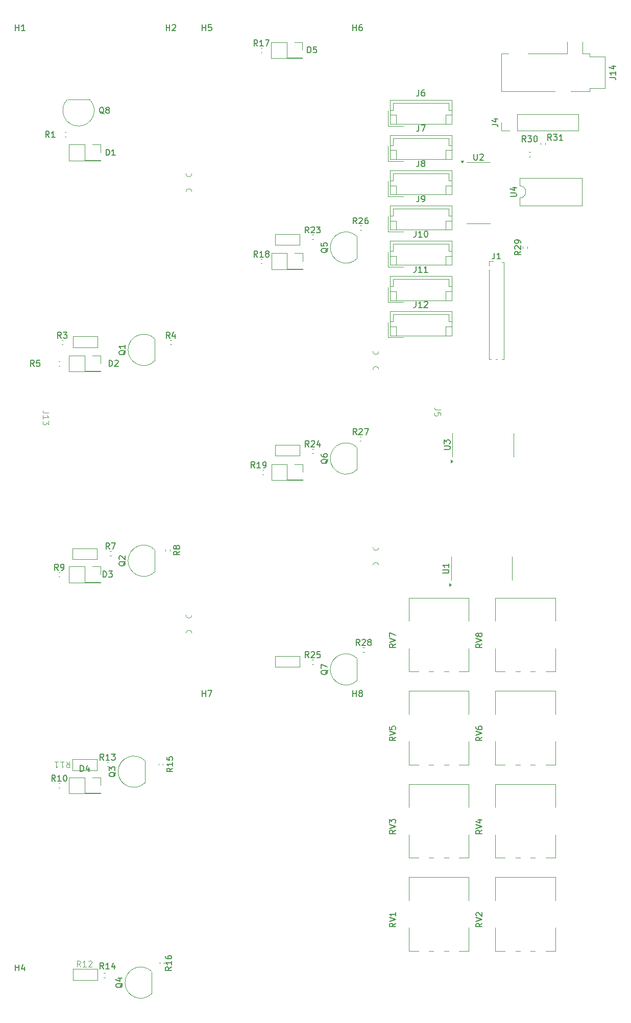
<source format=gbr>
%TF.GenerationSoftware,KiCad,Pcbnew,8.0.0*%
%TF.CreationDate,2025-03-21T10:21:52+01:00*%
%TF.ProjectId,MuseMatrix_Core,4d757365-4d61-4747-9269-785f436f7265,rev?*%
%TF.SameCoordinates,Original*%
%TF.FileFunction,Legend,Top*%
%TF.FilePolarity,Positive*%
%FSLAX46Y46*%
G04 Gerber Fmt 4.6, Leading zero omitted, Abs format (unit mm)*
G04 Created by KiCad (PCBNEW 8.0.0) date 2025-03-21 10:21:52*
%MOMM*%
%LPD*%
G01*
G04 APERTURE LIST*
%ADD10C,0.100000*%
%ADD11C,0.150000*%
%ADD12C,0.120000*%
G04 APERTURE END LIST*
D10*
X94700244Y-77666666D02*
X93985959Y-77666666D01*
X93985959Y-77666666D02*
X93843102Y-77619047D01*
X93843102Y-77619047D02*
X93747864Y-77523809D01*
X93747864Y-77523809D02*
X93700244Y-77380952D01*
X93700244Y-77380952D02*
X93700244Y-77285714D01*
X94700244Y-78619047D02*
X94700244Y-78142857D01*
X94700244Y-78142857D02*
X94224054Y-78095238D01*
X94224054Y-78095238D02*
X94271673Y-78142857D01*
X94271673Y-78142857D02*
X94319292Y-78238095D01*
X94319292Y-78238095D02*
X94319292Y-78476190D01*
X94319292Y-78476190D02*
X94271673Y-78571428D01*
X94271673Y-78571428D02*
X94224054Y-78619047D01*
X94224054Y-78619047D02*
X94128816Y-78666666D01*
X94128816Y-78666666D02*
X93890721Y-78666666D01*
X93890721Y-78666666D02*
X93795483Y-78619047D01*
X93795483Y-78619047D02*
X93747864Y-78571428D01*
X93747864Y-78571428D02*
X93700244Y-78476190D01*
X93700244Y-78476190D02*
X93700244Y-78238095D01*
X93700244Y-78238095D02*
X93747864Y-78142857D01*
X93747864Y-78142857D02*
X93795483Y-78095238D01*
D11*
X103254819Y-30333333D02*
X103969104Y-30333333D01*
X103969104Y-30333333D02*
X104111961Y-30380952D01*
X104111961Y-30380952D02*
X104207200Y-30476190D01*
X104207200Y-30476190D02*
X104254819Y-30619047D01*
X104254819Y-30619047D02*
X104254819Y-30714285D01*
X103588152Y-29428571D02*
X104254819Y-29428571D01*
X103207200Y-29666666D02*
X103921485Y-29904761D01*
X103921485Y-29904761D02*
X103921485Y-29285714D01*
X113107142Y-32954819D02*
X112773809Y-32478628D01*
X112535714Y-32954819D02*
X112535714Y-31954819D01*
X112535714Y-31954819D02*
X112916666Y-31954819D01*
X112916666Y-31954819D02*
X113011904Y-32002438D01*
X113011904Y-32002438D02*
X113059523Y-32050057D01*
X113059523Y-32050057D02*
X113107142Y-32145295D01*
X113107142Y-32145295D02*
X113107142Y-32288152D01*
X113107142Y-32288152D02*
X113059523Y-32383390D01*
X113059523Y-32383390D02*
X113011904Y-32431009D01*
X113011904Y-32431009D02*
X112916666Y-32478628D01*
X112916666Y-32478628D02*
X112535714Y-32478628D01*
X113440476Y-31954819D02*
X114059523Y-31954819D01*
X114059523Y-31954819D02*
X113726190Y-32335771D01*
X113726190Y-32335771D02*
X113869047Y-32335771D01*
X113869047Y-32335771D02*
X113964285Y-32383390D01*
X113964285Y-32383390D02*
X114011904Y-32431009D01*
X114011904Y-32431009D02*
X114059523Y-32526247D01*
X114059523Y-32526247D02*
X114059523Y-32764342D01*
X114059523Y-32764342D02*
X114011904Y-32859580D01*
X114011904Y-32859580D02*
X113964285Y-32907200D01*
X113964285Y-32907200D02*
X113869047Y-32954819D01*
X113869047Y-32954819D02*
X113583333Y-32954819D01*
X113583333Y-32954819D02*
X113488095Y-32907200D01*
X113488095Y-32907200D02*
X113440476Y-32859580D01*
X115011904Y-32954819D02*
X114440476Y-32954819D01*
X114726190Y-32954819D02*
X114726190Y-31954819D01*
X114726190Y-31954819D02*
X114630952Y-32097676D01*
X114630952Y-32097676D02*
X114535714Y-32192914D01*
X114535714Y-32192914D02*
X114440476Y-32240533D01*
X87262483Y-131995238D02*
X86786292Y-132328571D01*
X87262483Y-132566666D02*
X86262483Y-132566666D01*
X86262483Y-132566666D02*
X86262483Y-132185714D01*
X86262483Y-132185714D02*
X86310102Y-132090476D01*
X86310102Y-132090476D02*
X86357721Y-132042857D01*
X86357721Y-132042857D02*
X86452959Y-131995238D01*
X86452959Y-131995238D02*
X86595816Y-131995238D01*
X86595816Y-131995238D02*
X86691054Y-132042857D01*
X86691054Y-132042857D02*
X86738673Y-132090476D01*
X86738673Y-132090476D02*
X86786292Y-132185714D01*
X86786292Y-132185714D02*
X86786292Y-132566666D01*
X86262483Y-131709523D02*
X87262483Y-131376190D01*
X87262483Y-131376190D02*
X86262483Y-131042857D01*
X86262483Y-130233333D02*
X86262483Y-130709523D01*
X86262483Y-130709523D02*
X86738673Y-130757142D01*
X86738673Y-130757142D02*
X86691054Y-130709523D01*
X86691054Y-130709523D02*
X86643435Y-130614285D01*
X86643435Y-130614285D02*
X86643435Y-130376190D01*
X86643435Y-130376190D02*
X86691054Y-130280952D01*
X86691054Y-130280952D02*
X86738673Y-130233333D01*
X86738673Y-130233333D02*
X86833911Y-130185714D01*
X86833911Y-130185714D02*
X87072006Y-130185714D01*
X87072006Y-130185714D02*
X87167244Y-130233333D01*
X87167244Y-130233333D02*
X87214864Y-130280952D01*
X87214864Y-130280952D02*
X87262483Y-130376190D01*
X87262483Y-130376190D02*
X87262483Y-130614285D01*
X87262483Y-130614285D02*
X87214864Y-130709523D01*
X87214864Y-130709523D02*
X87167244Y-130757142D01*
X51454819Y-101166666D02*
X50978628Y-101499999D01*
X51454819Y-101738094D02*
X50454819Y-101738094D01*
X50454819Y-101738094D02*
X50454819Y-101357142D01*
X50454819Y-101357142D02*
X50502438Y-101261904D01*
X50502438Y-101261904D02*
X50550057Y-101214285D01*
X50550057Y-101214285D02*
X50645295Y-101166666D01*
X50645295Y-101166666D02*
X50788152Y-101166666D01*
X50788152Y-101166666D02*
X50883390Y-101214285D01*
X50883390Y-101214285D02*
X50931009Y-101261904D01*
X50931009Y-101261904D02*
X50978628Y-101357142D01*
X50978628Y-101357142D02*
X50978628Y-101738094D01*
X50883390Y-100595237D02*
X50835771Y-100690475D01*
X50835771Y-100690475D02*
X50788152Y-100738094D01*
X50788152Y-100738094D02*
X50692914Y-100785713D01*
X50692914Y-100785713D02*
X50645295Y-100785713D01*
X50645295Y-100785713D02*
X50550057Y-100738094D01*
X50550057Y-100738094D02*
X50502438Y-100690475D01*
X50502438Y-100690475D02*
X50454819Y-100595237D01*
X50454819Y-100595237D02*
X50454819Y-100404761D01*
X50454819Y-100404761D02*
X50502438Y-100309523D01*
X50502438Y-100309523D02*
X50550057Y-100261904D01*
X50550057Y-100261904D02*
X50645295Y-100214285D01*
X50645295Y-100214285D02*
X50692914Y-100214285D01*
X50692914Y-100214285D02*
X50788152Y-100261904D01*
X50788152Y-100261904D02*
X50835771Y-100309523D01*
X50835771Y-100309523D02*
X50883390Y-100404761D01*
X50883390Y-100404761D02*
X50883390Y-100595237D01*
X50883390Y-100595237D02*
X50931009Y-100690475D01*
X50931009Y-100690475D02*
X50978628Y-100738094D01*
X50978628Y-100738094D02*
X51073866Y-100785713D01*
X51073866Y-100785713D02*
X51264342Y-100785713D01*
X51264342Y-100785713D02*
X51359580Y-100738094D01*
X51359580Y-100738094D02*
X51407200Y-100690475D01*
X51407200Y-100690475D02*
X51454819Y-100595237D01*
X51454819Y-100595237D02*
X51454819Y-100404761D01*
X51454819Y-100404761D02*
X51407200Y-100309523D01*
X51407200Y-100309523D02*
X51359580Y-100261904D01*
X51359580Y-100261904D02*
X51264342Y-100214285D01*
X51264342Y-100214285D02*
X51073866Y-100214285D01*
X51073866Y-100214285D02*
X50978628Y-100261904D01*
X50978628Y-100261904D02*
X50931009Y-100309523D01*
X50931009Y-100309523D02*
X50883390Y-100404761D01*
X76032393Y-85850238D02*
X75984774Y-85945476D01*
X75984774Y-85945476D02*
X75889536Y-86040714D01*
X75889536Y-86040714D02*
X75746678Y-86183571D01*
X75746678Y-86183571D02*
X75699059Y-86278809D01*
X75699059Y-86278809D02*
X75699059Y-86374047D01*
X75937155Y-86326428D02*
X75889536Y-86421666D01*
X75889536Y-86421666D02*
X75794297Y-86516904D01*
X75794297Y-86516904D02*
X75603821Y-86564523D01*
X75603821Y-86564523D02*
X75270488Y-86564523D01*
X75270488Y-86564523D02*
X75080012Y-86516904D01*
X75080012Y-86516904D02*
X74984774Y-86421666D01*
X74984774Y-86421666D02*
X74937155Y-86326428D01*
X74937155Y-86326428D02*
X74937155Y-86135952D01*
X74937155Y-86135952D02*
X74984774Y-86040714D01*
X74984774Y-86040714D02*
X75080012Y-85945476D01*
X75080012Y-85945476D02*
X75270488Y-85897857D01*
X75270488Y-85897857D02*
X75603821Y-85897857D01*
X75603821Y-85897857D02*
X75794297Y-85945476D01*
X75794297Y-85945476D02*
X75889536Y-86040714D01*
X75889536Y-86040714D02*
X75937155Y-86135952D01*
X75937155Y-86135952D02*
X75937155Y-86326428D01*
X74937155Y-85040714D02*
X74937155Y-85231190D01*
X74937155Y-85231190D02*
X74984774Y-85326428D01*
X74984774Y-85326428D02*
X75032393Y-85374047D01*
X75032393Y-85374047D02*
X75175250Y-85469285D01*
X75175250Y-85469285D02*
X75365726Y-85516904D01*
X75365726Y-85516904D02*
X75746678Y-85516904D01*
X75746678Y-85516904D02*
X75841916Y-85469285D01*
X75841916Y-85469285D02*
X75889536Y-85421666D01*
X75889536Y-85421666D02*
X75937155Y-85326428D01*
X75937155Y-85326428D02*
X75937155Y-85135952D01*
X75937155Y-85135952D02*
X75889536Y-85040714D01*
X75889536Y-85040714D02*
X75841916Y-84993095D01*
X75841916Y-84993095D02*
X75746678Y-84945476D01*
X75746678Y-84945476D02*
X75508583Y-84945476D01*
X75508583Y-84945476D02*
X75413345Y-84993095D01*
X75413345Y-84993095D02*
X75365726Y-85040714D01*
X75365726Y-85040714D02*
X75318107Y-85135952D01*
X75318107Y-85135952D02*
X75318107Y-85326428D01*
X75318107Y-85326428D02*
X75365726Y-85421666D01*
X75365726Y-85421666D02*
X75413345Y-85469285D01*
X75413345Y-85469285D02*
X75508583Y-85516904D01*
X90648140Y-48004819D02*
X90648140Y-48719104D01*
X90648140Y-48719104D02*
X90600521Y-48861961D01*
X90600521Y-48861961D02*
X90505283Y-48957200D01*
X90505283Y-48957200D02*
X90362426Y-49004819D01*
X90362426Y-49004819D02*
X90267188Y-49004819D01*
X91648140Y-49004819D02*
X91076712Y-49004819D01*
X91362426Y-49004819D02*
X91362426Y-48004819D01*
X91362426Y-48004819D02*
X91267188Y-48147676D01*
X91267188Y-48147676D02*
X91171950Y-48242914D01*
X91171950Y-48242914D02*
X91076712Y-48290533D01*
X92267188Y-48004819D02*
X92362426Y-48004819D01*
X92362426Y-48004819D02*
X92457664Y-48052438D01*
X92457664Y-48052438D02*
X92505283Y-48100057D01*
X92505283Y-48100057D02*
X92552902Y-48195295D01*
X92552902Y-48195295D02*
X92600521Y-48385771D01*
X92600521Y-48385771D02*
X92600521Y-48623866D01*
X92600521Y-48623866D02*
X92552902Y-48814342D01*
X92552902Y-48814342D02*
X92505283Y-48909580D01*
X92505283Y-48909580D02*
X92457664Y-48957200D01*
X92457664Y-48957200D02*
X92362426Y-49004819D01*
X92362426Y-49004819D02*
X92267188Y-49004819D01*
X92267188Y-49004819D02*
X92171950Y-48957200D01*
X92171950Y-48957200D02*
X92124331Y-48909580D01*
X92124331Y-48909580D02*
X92076712Y-48814342D01*
X92076712Y-48814342D02*
X92029093Y-48623866D01*
X92029093Y-48623866D02*
X92029093Y-48385771D01*
X92029093Y-48385771D02*
X92076712Y-48195295D01*
X92076712Y-48195295D02*
X92124331Y-48100057D01*
X92124331Y-48100057D02*
X92171950Y-48052438D01*
X92171950Y-48052438D02*
X92267188Y-48004819D01*
X76032393Y-50850238D02*
X75984774Y-50945476D01*
X75984774Y-50945476D02*
X75889536Y-51040714D01*
X75889536Y-51040714D02*
X75746678Y-51183571D01*
X75746678Y-51183571D02*
X75699059Y-51278809D01*
X75699059Y-51278809D02*
X75699059Y-51374047D01*
X75937155Y-51326428D02*
X75889536Y-51421666D01*
X75889536Y-51421666D02*
X75794297Y-51516904D01*
X75794297Y-51516904D02*
X75603821Y-51564523D01*
X75603821Y-51564523D02*
X75270488Y-51564523D01*
X75270488Y-51564523D02*
X75080012Y-51516904D01*
X75080012Y-51516904D02*
X74984774Y-51421666D01*
X74984774Y-51421666D02*
X74937155Y-51326428D01*
X74937155Y-51326428D02*
X74937155Y-51135952D01*
X74937155Y-51135952D02*
X74984774Y-51040714D01*
X74984774Y-51040714D02*
X75080012Y-50945476D01*
X75080012Y-50945476D02*
X75270488Y-50897857D01*
X75270488Y-50897857D02*
X75603821Y-50897857D01*
X75603821Y-50897857D02*
X75794297Y-50945476D01*
X75794297Y-50945476D02*
X75889536Y-51040714D01*
X75889536Y-51040714D02*
X75937155Y-51135952D01*
X75937155Y-51135952D02*
X75937155Y-51326428D01*
X74937155Y-49993095D02*
X74937155Y-50469285D01*
X74937155Y-50469285D02*
X75413345Y-50516904D01*
X75413345Y-50516904D02*
X75365726Y-50469285D01*
X75365726Y-50469285D02*
X75318107Y-50374047D01*
X75318107Y-50374047D02*
X75318107Y-50135952D01*
X75318107Y-50135952D02*
X75365726Y-50040714D01*
X75365726Y-50040714D02*
X75413345Y-49993095D01*
X75413345Y-49993095D02*
X75508583Y-49945476D01*
X75508583Y-49945476D02*
X75746678Y-49945476D01*
X75746678Y-49945476D02*
X75841916Y-49993095D01*
X75841916Y-49993095D02*
X75889536Y-50040714D01*
X75889536Y-50040714D02*
X75937155Y-50135952D01*
X75937155Y-50135952D02*
X75937155Y-50374047D01*
X75937155Y-50374047D02*
X75889536Y-50469285D01*
X75889536Y-50469285D02*
X75841916Y-50516904D01*
X24238095Y-170754819D02*
X24238095Y-169754819D01*
X24238095Y-170231009D02*
X24809523Y-170231009D01*
X24809523Y-170754819D02*
X24809523Y-169754819D01*
X25714285Y-170088152D02*
X25714285Y-170754819D01*
X25476190Y-169707200D02*
X25238095Y-170421485D01*
X25238095Y-170421485D02*
X25857142Y-170421485D01*
X42490057Y-67825238D02*
X42442438Y-67920476D01*
X42442438Y-67920476D02*
X42347200Y-68015714D01*
X42347200Y-68015714D02*
X42204342Y-68158571D01*
X42204342Y-68158571D02*
X42156723Y-68253809D01*
X42156723Y-68253809D02*
X42156723Y-68349047D01*
X42394819Y-68301428D02*
X42347200Y-68396666D01*
X42347200Y-68396666D02*
X42251961Y-68491904D01*
X42251961Y-68491904D02*
X42061485Y-68539523D01*
X42061485Y-68539523D02*
X41728152Y-68539523D01*
X41728152Y-68539523D02*
X41537676Y-68491904D01*
X41537676Y-68491904D02*
X41442438Y-68396666D01*
X41442438Y-68396666D02*
X41394819Y-68301428D01*
X41394819Y-68301428D02*
X41394819Y-68110952D01*
X41394819Y-68110952D02*
X41442438Y-68015714D01*
X41442438Y-68015714D02*
X41537676Y-67920476D01*
X41537676Y-67920476D02*
X41728152Y-67872857D01*
X41728152Y-67872857D02*
X42061485Y-67872857D01*
X42061485Y-67872857D02*
X42251961Y-67920476D01*
X42251961Y-67920476D02*
X42347200Y-68015714D01*
X42347200Y-68015714D02*
X42394819Y-68110952D01*
X42394819Y-68110952D02*
X42394819Y-68301428D01*
X42394819Y-66920476D02*
X42394819Y-67491904D01*
X42394819Y-67206190D02*
X41394819Y-67206190D01*
X41394819Y-67206190D02*
X41537676Y-67301428D01*
X41537676Y-67301428D02*
X41632914Y-67396666D01*
X41632914Y-67396666D02*
X41680533Y-67491904D01*
X91124330Y-42154819D02*
X91124330Y-42869104D01*
X91124330Y-42869104D02*
X91076711Y-43011961D01*
X91076711Y-43011961D02*
X90981473Y-43107200D01*
X90981473Y-43107200D02*
X90838616Y-43154819D01*
X90838616Y-43154819D02*
X90743378Y-43154819D01*
X91648140Y-43154819D02*
X91838616Y-43154819D01*
X91838616Y-43154819D02*
X91933854Y-43107200D01*
X91933854Y-43107200D02*
X91981473Y-43059580D01*
X91981473Y-43059580D02*
X92076711Y-42916723D01*
X92076711Y-42916723D02*
X92124330Y-42726247D01*
X92124330Y-42726247D02*
X92124330Y-42345295D01*
X92124330Y-42345295D02*
X92076711Y-42250057D01*
X92076711Y-42250057D02*
X92029092Y-42202438D01*
X92029092Y-42202438D02*
X91933854Y-42154819D01*
X91933854Y-42154819D02*
X91743378Y-42154819D01*
X91743378Y-42154819D02*
X91648140Y-42202438D01*
X91648140Y-42202438D02*
X91600521Y-42250057D01*
X91600521Y-42250057D02*
X91552902Y-42345295D01*
X91552902Y-42345295D02*
X91552902Y-42583390D01*
X91552902Y-42583390D02*
X91600521Y-42678628D01*
X91600521Y-42678628D02*
X91648140Y-42726247D01*
X91648140Y-42726247D02*
X91743378Y-42773866D01*
X91743378Y-42773866D02*
X91933854Y-42773866D01*
X91933854Y-42773866D02*
X92029092Y-42726247D01*
X92029092Y-42726247D02*
X92076711Y-42678628D01*
X92076711Y-42678628D02*
X92124330Y-42583390D01*
D10*
X29742580Y-78190476D02*
X29028295Y-78190476D01*
X29028295Y-78190476D02*
X28885438Y-78142857D01*
X28885438Y-78142857D02*
X28790200Y-78047619D01*
X28790200Y-78047619D02*
X28742580Y-77904762D01*
X28742580Y-77904762D02*
X28742580Y-77809524D01*
X28742580Y-79190476D02*
X28742580Y-78619048D01*
X28742580Y-78904762D02*
X29742580Y-78904762D01*
X29742580Y-78904762D02*
X29599723Y-78809524D01*
X29599723Y-78809524D02*
X29504485Y-78714286D01*
X29504485Y-78714286D02*
X29456866Y-78619048D01*
X29742580Y-79523810D02*
X29742580Y-80142857D01*
X29742580Y-80142857D02*
X29361628Y-79809524D01*
X29361628Y-79809524D02*
X29361628Y-79952381D01*
X29361628Y-79952381D02*
X29314009Y-80047619D01*
X29314009Y-80047619D02*
X29266390Y-80095238D01*
X29266390Y-80095238D02*
X29171152Y-80142857D01*
X29171152Y-80142857D02*
X28933057Y-80142857D01*
X28933057Y-80142857D02*
X28837819Y-80095238D01*
X28837819Y-80095238D02*
X28790200Y-80047619D01*
X28790200Y-80047619D02*
X28742580Y-79952381D01*
X28742580Y-79952381D02*
X28742580Y-79666667D01*
X28742580Y-79666667D02*
X28790200Y-79571429D01*
X28790200Y-79571429D02*
X28837819Y-79523810D01*
D11*
X76032393Y-120850238D02*
X75984774Y-120945476D01*
X75984774Y-120945476D02*
X75889536Y-121040714D01*
X75889536Y-121040714D02*
X75746678Y-121183571D01*
X75746678Y-121183571D02*
X75699059Y-121278809D01*
X75699059Y-121278809D02*
X75699059Y-121374047D01*
X75937155Y-121326428D02*
X75889536Y-121421666D01*
X75889536Y-121421666D02*
X75794297Y-121516904D01*
X75794297Y-121516904D02*
X75603821Y-121564523D01*
X75603821Y-121564523D02*
X75270488Y-121564523D01*
X75270488Y-121564523D02*
X75080012Y-121516904D01*
X75080012Y-121516904D02*
X74984774Y-121421666D01*
X74984774Y-121421666D02*
X74937155Y-121326428D01*
X74937155Y-121326428D02*
X74937155Y-121135952D01*
X74937155Y-121135952D02*
X74984774Y-121040714D01*
X74984774Y-121040714D02*
X75080012Y-120945476D01*
X75080012Y-120945476D02*
X75270488Y-120897857D01*
X75270488Y-120897857D02*
X75603821Y-120897857D01*
X75603821Y-120897857D02*
X75794297Y-120945476D01*
X75794297Y-120945476D02*
X75889536Y-121040714D01*
X75889536Y-121040714D02*
X75937155Y-121135952D01*
X75937155Y-121135952D02*
X75937155Y-121326428D01*
X74937155Y-120564523D02*
X74937155Y-119897857D01*
X74937155Y-119897857D02*
X75937155Y-120326428D01*
X64379478Y-17319819D02*
X64046145Y-16843628D01*
X63808050Y-17319819D02*
X63808050Y-16319819D01*
X63808050Y-16319819D02*
X64189002Y-16319819D01*
X64189002Y-16319819D02*
X64284240Y-16367438D01*
X64284240Y-16367438D02*
X64331859Y-16415057D01*
X64331859Y-16415057D02*
X64379478Y-16510295D01*
X64379478Y-16510295D02*
X64379478Y-16653152D01*
X64379478Y-16653152D02*
X64331859Y-16748390D01*
X64331859Y-16748390D02*
X64284240Y-16796009D01*
X64284240Y-16796009D02*
X64189002Y-16843628D01*
X64189002Y-16843628D02*
X63808050Y-16843628D01*
X65331859Y-17319819D02*
X64760431Y-17319819D01*
X65046145Y-17319819D02*
X65046145Y-16319819D01*
X65046145Y-16319819D02*
X64950907Y-16462676D01*
X64950907Y-16462676D02*
X64855669Y-16557914D01*
X64855669Y-16557914D02*
X64760431Y-16605533D01*
X65665193Y-16319819D02*
X66331859Y-16319819D01*
X66331859Y-16319819D02*
X65903288Y-17319819D01*
D10*
X35007142Y-170107419D02*
X34673809Y-169631228D01*
X34435714Y-170107419D02*
X34435714Y-169107419D01*
X34435714Y-169107419D02*
X34816666Y-169107419D01*
X34816666Y-169107419D02*
X34911904Y-169155038D01*
X34911904Y-169155038D02*
X34959523Y-169202657D01*
X34959523Y-169202657D02*
X35007142Y-169297895D01*
X35007142Y-169297895D02*
X35007142Y-169440752D01*
X35007142Y-169440752D02*
X34959523Y-169535990D01*
X34959523Y-169535990D02*
X34911904Y-169583609D01*
X34911904Y-169583609D02*
X34816666Y-169631228D01*
X34816666Y-169631228D02*
X34435714Y-169631228D01*
X35959523Y-170107419D02*
X35388095Y-170107419D01*
X35673809Y-170107419D02*
X35673809Y-169107419D01*
X35673809Y-169107419D02*
X35578571Y-169250276D01*
X35578571Y-169250276D02*
X35483333Y-169345514D01*
X35483333Y-169345514D02*
X35388095Y-169393133D01*
X36340476Y-169202657D02*
X36388095Y-169155038D01*
X36388095Y-169155038D02*
X36483333Y-169107419D01*
X36483333Y-169107419D02*
X36721428Y-169107419D01*
X36721428Y-169107419D02*
X36816666Y-169155038D01*
X36816666Y-169155038D02*
X36864285Y-169202657D01*
X36864285Y-169202657D02*
X36911904Y-169297895D01*
X36911904Y-169297895D02*
X36911904Y-169393133D01*
X36911904Y-169393133D02*
X36864285Y-169535990D01*
X36864285Y-169535990D02*
X36292857Y-170107419D01*
X36292857Y-170107419D02*
X36911904Y-170107419D01*
D11*
X55195759Y-125254819D02*
X55195759Y-124254819D01*
X55195759Y-124731009D02*
X55767187Y-124731009D01*
X55767187Y-125254819D02*
X55767187Y-124254819D01*
X56148140Y-124254819D02*
X56814806Y-124254819D01*
X56814806Y-124254819D02*
X56386235Y-125254819D01*
X81324806Y-116784819D02*
X80991473Y-116308628D01*
X80753378Y-116784819D02*
X80753378Y-115784819D01*
X80753378Y-115784819D02*
X81134330Y-115784819D01*
X81134330Y-115784819D02*
X81229568Y-115832438D01*
X81229568Y-115832438D02*
X81277187Y-115880057D01*
X81277187Y-115880057D02*
X81324806Y-115975295D01*
X81324806Y-115975295D02*
X81324806Y-116118152D01*
X81324806Y-116118152D02*
X81277187Y-116213390D01*
X81277187Y-116213390D02*
X81229568Y-116261009D01*
X81229568Y-116261009D02*
X81134330Y-116308628D01*
X81134330Y-116308628D02*
X80753378Y-116308628D01*
X81705759Y-115880057D02*
X81753378Y-115832438D01*
X81753378Y-115832438D02*
X81848616Y-115784819D01*
X81848616Y-115784819D02*
X82086711Y-115784819D01*
X82086711Y-115784819D02*
X82181949Y-115832438D01*
X82181949Y-115832438D02*
X82229568Y-115880057D01*
X82229568Y-115880057D02*
X82277187Y-115975295D01*
X82277187Y-115975295D02*
X82277187Y-116070533D01*
X82277187Y-116070533D02*
X82229568Y-116213390D01*
X82229568Y-116213390D02*
X81658140Y-116784819D01*
X81658140Y-116784819D02*
X82277187Y-116784819D01*
X82848616Y-116213390D02*
X82753378Y-116165771D01*
X82753378Y-116165771D02*
X82705759Y-116118152D01*
X82705759Y-116118152D02*
X82658140Y-116022914D01*
X82658140Y-116022914D02*
X82658140Y-115975295D01*
X82658140Y-115975295D02*
X82705759Y-115880057D01*
X82705759Y-115880057D02*
X82753378Y-115832438D01*
X82753378Y-115832438D02*
X82848616Y-115784819D01*
X82848616Y-115784819D02*
X83039092Y-115784819D01*
X83039092Y-115784819D02*
X83134330Y-115832438D01*
X83134330Y-115832438D02*
X83181949Y-115880057D01*
X83181949Y-115880057D02*
X83229568Y-115975295D01*
X83229568Y-115975295D02*
X83229568Y-116022914D01*
X83229568Y-116022914D02*
X83181949Y-116118152D01*
X83181949Y-116118152D02*
X83134330Y-116165771D01*
X83134330Y-116165771D02*
X83039092Y-116213390D01*
X83039092Y-116213390D02*
X82848616Y-116213390D01*
X82848616Y-116213390D02*
X82753378Y-116261009D01*
X82753378Y-116261009D02*
X82705759Y-116308628D01*
X82705759Y-116308628D02*
X82658140Y-116403866D01*
X82658140Y-116403866D02*
X82658140Y-116594342D01*
X82658140Y-116594342D02*
X82705759Y-116689580D01*
X82705759Y-116689580D02*
X82753378Y-116737200D01*
X82753378Y-116737200D02*
X82848616Y-116784819D01*
X82848616Y-116784819D02*
X83039092Y-116784819D01*
X83039092Y-116784819D02*
X83134330Y-116737200D01*
X83134330Y-116737200D02*
X83181949Y-116689580D01*
X83181949Y-116689580D02*
X83229568Y-116594342D01*
X83229568Y-116594342D02*
X83229568Y-116403866D01*
X83229568Y-116403866D02*
X83181949Y-116308628D01*
X83181949Y-116308628D02*
X83134330Y-116261009D01*
X83134330Y-116261009D02*
X83039092Y-116213390D01*
X80834806Y-46794819D02*
X80501473Y-46318628D01*
X80263378Y-46794819D02*
X80263378Y-45794819D01*
X80263378Y-45794819D02*
X80644330Y-45794819D01*
X80644330Y-45794819D02*
X80739568Y-45842438D01*
X80739568Y-45842438D02*
X80787187Y-45890057D01*
X80787187Y-45890057D02*
X80834806Y-45985295D01*
X80834806Y-45985295D02*
X80834806Y-46128152D01*
X80834806Y-46128152D02*
X80787187Y-46223390D01*
X80787187Y-46223390D02*
X80739568Y-46271009D01*
X80739568Y-46271009D02*
X80644330Y-46318628D01*
X80644330Y-46318628D02*
X80263378Y-46318628D01*
X81215759Y-45890057D02*
X81263378Y-45842438D01*
X81263378Y-45842438D02*
X81358616Y-45794819D01*
X81358616Y-45794819D02*
X81596711Y-45794819D01*
X81596711Y-45794819D02*
X81691949Y-45842438D01*
X81691949Y-45842438D02*
X81739568Y-45890057D01*
X81739568Y-45890057D02*
X81787187Y-45985295D01*
X81787187Y-45985295D02*
X81787187Y-46080533D01*
X81787187Y-46080533D02*
X81739568Y-46223390D01*
X81739568Y-46223390D02*
X81168140Y-46794819D01*
X81168140Y-46794819D02*
X81787187Y-46794819D01*
X82644330Y-45794819D02*
X82453854Y-45794819D01*
X82453854Y-45794819D02*
X82358616Y-45842438D01*
X82358616Y-45842438D02*
X82310997Y-45890057D01*
X82310997Y-45890057D02*
X82215759Y-46032914D01*
X82215759Y-46032914D02*
X82168140Y-46223390D01*
X82168140Y-46223390D02*
X82168140Y-46604342D01*
X82168140Y-46604342D02*
X82215759Y-46699580D01*
X82215759Y-46699580D02*
X82263378Y-46747200D01*
X82263378Y-46747200D02*
X82358616Y-46794819D01*
X82358616Y-46794819D02*
X82549092Y-46794819D01*
X82549092Y-46794819D02*
X82644330Y-46747200D01*
X82644330Y-46747200D02*
X82691949Y-46699580D01*
X82691949Y-46699580D02*
X82739568Y-46604342D01*
X82739568Y-46604342D02*
X82739568Y-46366247D01*
X82739568Y-46366247D02*
X82691949Y-46271009D01*
X82691949Y-46271009D02*
X82644330Y-46223390D01*
X82644330Y-46223390D02*
X82549092Y-46175771D01*
X82549092Y-46175771D02*
X82358616Y-46175771D01*
X82358616Y-46175771D02*
X82263378Y-46223390D01*
X82263378Y-46223390D02*
X82215759Y-46271009D01*
X82215759Y-46271009D02*
X82168140Y-46366247D01*
X38857142Y-170454819D02*
X38523809Y-169978628D01*
X38285714Y-170454819D02*
X38285714Y-169454819D01*
X38285714Y-169454819D02*
X38666666Y-169454819D01*
X38666666Y-169454819D02*
X38761904Y-169502438D01*
X38761904Y-169502438D02*
X38809523Y-169550057D01*
X38809523Y-169550057D02*
X38857142Y-169645295D01*
X38857142Y-169645295D02*
X38857142Y-169788152D01*
X38857142Y-169788152D02*
X38809523Y-169883390D01*
X38809523Y-169883390D02*
X38761904Y-169931009D01*
X38761904Y-169931009D02*
X38666666Y-169978628D01*
X38666666Y-169978628D02*
X38285714Y-169978628D01*
X39809523Y-170454819D02*
X39238095Y-170454819D01*
X39523809Y-170454819D02*
X39523809Y-169454819D01*
X39523809Y-169454819D02*
X39428571Y-169597676D01*
X39428571Y-169597676D02*
X39333333Y-169692914D01*
X39333333Y-169692914D02*
X39238095Y-169740533D01*
X40666666Y-169788152D02*
X40666666Y-170454819D01*
X40428571Y-169407200D02*
X40190476Y-170121485D01*
X40190476Y-170121485D02*
X40809523Y-170121485D01*
X80814806Y-81794819D02*
X80481473Y-81318628D01*
X80243378Y-81794819D02*
X80243378Y-80794819D01*
X80243378Y-80794819D02*
X80624330Y-80794819D01*
X80624330Y-80794819D02*
X80719568Y-80842438D01*
X80719568Y-80842438D02*
X80767187Y-80890057D01*
X80767187Y-80890057D02*
X80814806Y-80985295D01*
X80814806Y-80985295D02*
X80814806Y-81128152D01*
X80814806Y-81128152D02*
X80767187Y-81223390D01*
X80767187Y-81223390D02*
X80719568Y-81271009D01*
X80719568Y-81271009D02*
X80624330Y-81318628D01*
X80624330Y-81318628D02*
X80243378Y-81318628D01*
X81195759Y-80890057D02*
X81243378Y-80842438D01*
X81243378Y-80842438D02*
X81338616Y-80794819D01*
X81338616Y-80794819D02*
X81576711Y-80794819D01*
X81576711Y-80794819D02*
X81671949Y-80842438D01*
X81671949Y-80842438D02*
X81719568Y-80890057D01*
X81719568Y-80890057D02*
X81767187Y-80985295D01*
X81767187Y-80985295D02*
X81767187Y-81080533D01*
X81767187Y-81080533D02*
X81719568Y-81223390D01*
X81719568Y-81223390D02*
X81148140Y-81794819D01*
X81148140Y-81794819D02*
X81767187Y-81794819D01*
X82100521Y-80794819D02*
X82767187Y-80794819D01*
X82767187Y-80794819D02*
X82338616Y-81794819D01*
X90648140Y-59704819D02*
X90648140Y-60419104D01*
X90648140Y-60419104D02*
X90600521Y-60561961D01*
X90600521Y-60561961D02*
X90505283Y-60657200D01*
X90505283Y-60657200D02*
X90362426Y-60704819D01*
X90362426Y-60704819D02*
X90267188Y-60704819D01*
X91648140Y-60704819D02*
X91076712Y-60704819D01*
X91362426Y-60704819D02*
X91362426Y-59704819D01*
X91362426Y-59704819D02*
X91267188Y-59847676D01*
X91267188Y-59847676D02*
X91171950Y-59942914D01*
X91171950Y-59942914D02*
X91076712Y-59990533D01*
X92029093Y-59800057D02*
X92076712Y-59752438D01*
X92076712Y-59752438D02*
X92171950Y-59704819D01*
X92171950Y-59704819D02*
X92410045Y-59704819D01*
X92410045Y-59704819D02*
X92505283Y-59752438D01*
X92505283Y-59752438D02*
X92552902Y-59800057D01*
X92552902Y-59800057D02*
X92600521Y-59895295D01*
X92600521Y-59895295D02*
X92600521Y-59990533D01*
X92600521Y-59990533D02*
X92552902Y-60133390D01*
X92552902Y-60133390D02*
X91981474Y-60704819D01*
X91981474Y-60704819D02*
X92600521Y-60704819D01*
X91124330Y-36304819D02*
X91124330Y-37019104D01*
X91124330Y-37019104D02*
X91076711Y-37161961D01*
X91076711Y-37161961D02*
X90981473Y-37257200D01*
X90981473Y-37257200D02*
X90838616Y-37304819D01*
X90838616Y-37304819D02*
X90743378Y-37304819D01*
X91743378Y-36733390D02*
X91648140Y-36685771D01*
X91648140Y-36685771D02*
X91600521Y-36638152D01*
X91600521Y-36638152D02*
X91552902Y-36542914D01*
X91552902Y-36542914D02*
X91552902Y-36495295D01*
X91552902Y-36495295D02*
X91600521Y-36400057D01*
X91600521Y-36400057D02*
X91648140Y-36352438D01*
X91648140Y-36352438D02*
X91743378Y-36304819D01*
X91743378Y-36304819D02*
X91933854Y-36304819D01*
X91933854Y-36304819D02*
X92029092Y-36352438D01*
X92029092Y-36352438D02*
X92076711Y-36400057D01*
X92076711Y-36400057D02*
X92124330Y-36495295D01*
X92124330Y-36495295D02*
X92124330Y-36542914D01*
X92124330Y-36542914D02*
X92076711Y-36638152D01*
X92076711Y-36638152D02*
X92029092Y-36685771D01*
X92029092Y-36685771D02*
X91933854Y-36733390D01*
X91933854Y-36733390D02*
X91743378Y-36733390D01*
X91743378Y-36733390D02*
X91648140Y-36781009D01*
X91648140Y-36781009D02*
X91600521Y-36828628D01*
X91600521Y-36828628D02*
X91552902Y-36923866D01*
X91552902Y-36923866D02*
X91552902Y-37114342D01*
X91552902Y-37114342D02*
X91600521Y-37209580D01*
X91600521Y-37209580D02*
X91648140Y-37257200D01*
X91648140Y-37257200D02*
X91743378Y-37304819D01*
X91743378Y-37304819D02*
X91933854Y-37304819D01*
X91933854Y-37304819D02*
X92029092Y-37257200D01*
X92029092Y-37257200D02*
X92076711Y-37209580D01*
X92076711Y-37209580D02*
X92124330Y-37114342D01*
X92124330Y-37114342D02*
X92124330Y-36923866D01*
X92124330Y-36923866D02*
X92076711Y-36828628D01*
X92076711Y-36828628D02*
X92029092Y-36781009D01*
X92029092Y-36781009D02*
X91933854Y-36733390D01*
X122754819Y-22509523D02*
X123469104Y-22509523D01*
X123469104Y-22509523D02*
X123611961Y-22557142D01*
X123611961Y-22557142D02*
X123707200Y-22652380D01*
X123707200Y-22652380D02*
X123754819Y-22795237D01*
X123754819Y-22795237D02*
X123754819Y-22890475D01*
X123754819Y-21509523D02*
X123754819Y-22080951D01*
X123754819Y-21795237D02*
X122754819Y-21795237D01*
X122754819Y-21795237D02*
X122897676Y-21890475D01*
X122897676Y-21890475D02*
X122992914Y-21985713D01*
X122992914Y-21985713D02*
X123040533Y-22080951D01*
X123088152Y-20652380D02*
X123754819Y-20652380D01*
X122707200Y-20890475D02*
X123421485Y-21128570D01*
X123421485Y-21128570D02*
X123421485Y-20509523D01*
X95304819Y-84261904D02*
X96114342Y-84261904D01*
X96114342Y-84261904D02*
X96209580Y-84214285D01*
X96209580Y-84214285D02*
X96257200Y-84166666D01*
X96257200Y-84166666D02*
X96304819Y-84071428D01*
X96304819Y-84071428D02*
X96304819Y-83880952D01*
X96304819Y-83880952D02*
X96257200Y-83785714D01*
X96257200Y-83785714D02*
X96209580Y-83738095D01*
X96209580Y-83738095D02*
X96114342Y-83690476D01*
X96114342Y-83690476D02*
X95304819Y-83690476D01*
X95304819Y-83309523D02*
X95304819Y-82690476D01*
X95304819Y-82690476D02*
X95685771Y-83023809D01*
X95685771Y-83023809D02*
X95685771Y-82880952D01*
X95685771Y-82880952D02*
X95733390Y-82785714D01*
X95733390Y-82785714D02*
X95781009Y-82738095D01*
X95781009Y-82738095D02*
X95876247Y-82690476D01*
X95876247Y-82690476D02*
X96114342Y-82690476D01*
X96114342Y-82690476D02*
X96209580Y-82738095D01*
X96209580Y-82738095D02*
X96257200Y-82785714D01*
X96257200Y-82785714D02*
X96304819Y-82880952D01*
X96304819Y-82880952D02*
X96304819Y-83166666D01*
X96304819Y-83166666D02*
X96257200Y-83261904D01*
X96257200Y-83261904D02*
X96209580Y-83309523D01*
X27333333Y-70454819D02*
X27000000Y-69978628D01*
X26761905Y-70454819D02*
X26761905Y-69454819D01*
X26761905Y-69454819D02*
X27142857Y-69454819D01*
X27142857Y-69454819D02*
X27238095Y-69502438D01*
X27238095Y-69502438D02*
X27285714Y-69550057D01*
X27285714Y-69550057D02*
X27333333Y-69645295D01*
X27333333Y-69645295D02*
X27333333Y-69788152D01*
X27333333Y-69788152D02*
X27285714Y-69883390D01*
X27285714Y-69883390D02*
X27238095Y-69931009D01*
X27238095Y-69931009D02*
X27142857Y-69978628D01*
X27142857Y-69978628D02*
X26761905Y-69978628D01*
X28238095Y-69454819D02*
X27761905Y-69454819D01*
X27761905Y-69454819D02*
X27714286Y-69931009D01*
X27714286Y-69931009D02*
X27761905Y-69883390D01*
X27761905Y-69883390D02*
X27857143Y-69835771D01*
X27857143Y-69835771D02*
X28095238Y-69835771D01*
X28095238Y-69835771D02*
X28190476Y-69883390D01*
X28190476Y-69883390D02*
X28238095Y-69931009D01*
X28238095Y-69931009D02*
X28285714Y-70026247D01*
X28285714Y-70026247D02*
X28285714Y-70264342D01*
X28285714Y-70264342D02*
X28238095Y-70359580D01*
X28238095Y-70359580D02*
X28190476Y-70407200D01*
X28190476Y-70407200D02*
X28095238Y-70454819D01*
X28095238Y-70454819D02*
X27857143Y-70454819D01*
X27857143Y-70454819D02*
X27761905Y-70407200D01*
X27761905Y-70407200D02*
X27714286Y-70359580D01*
X87262483Y-162895238D02*
X86786292Y-163228571D01*
X87262483Y-163466666D02*
X86262483Y-163466666D01*
X86262483Y-163466666D02*
X86262483Y-163085714D01*
X86262483Y-163085714D02*
X86310102Y-162990476D01*
X86310102Y-162990476D02*
X86357721Y-162942857D01*
X86357721Y-162942857D02*
X86452959Y-162895238D01*
X86452959Y-162895238D02*
X86595816Y-162895238D01*
X86595816Y-162895238D02*
X86691054Y-162942857D01*
X86691054Y-162942857D02*
X86738673Y-162990476D01*
X86738673Y-162990476D02*
X86786292Y-163085714D01*
X86786292Y-163085714D02*
X86786292Y-163466666D01*
X86262483Y-162609523D02*
X87262483Y-162276190D01*
X87262483Y-162276190D02*
X86262483Y-161942857D01*
X87262483Y-161085714D02*
X87262483Y-161657142D01*
X87262483Y-161371428D02*
X86262483Y-161371428D01*
X86262483Y-161371428D02*
X86405340Y-161466666D01*
X86405340Y-161466666D02*
X86500578Y-161561904D01*
X86500578Y-161561904D02*
X86548197Y-161657142D01*
X38877142Y-135794819D02*
X38543809Y-135318628D01*
X38305714Y-135794819D02*
X38305714Y-134794819D01*
X38305714Y-134794819D02*
X38686666Y-134794819D01*
X38686666Y-134794819D02*
X38781904Y-134842438D01*
X38781904Y-134842438D02*
X38829523Y-134890057D01*
X38829523Y-134890057D02*
X38877142Y-134985295D01*
X38877142Y-134985295D02*
X38877142Y-135128152D01*
X38877142Y-135128152D02*
X38829523Y-135223390D01*
X38829523Y-135223390D02*
X38781904Y-135271009D01*
X38781904Y-135271009D02*
X38686666Y-135318628D01*
X38686666Y-135318628D02*
X38305714Y-135318628D01*
X39829523Y-135794819D02*
X39258095Y-135794819D01*
X39543809Y-135794819D02*
X39543809Y-134794819D01*
X39543809Y-134794819D02*
X39448571Y-134937676D01*
X39448571Y-134937676D02*
X39353333Y-135032914D01*
X39353333Y-135032914D02*
X39258095Y-135080533D01*
X40162857Y-134794819D02*
X40781904Y-134794819D01*
X40781904Y-134794819D02*
X40448571Y-135175771D01*
X40448571Y-135175771D02*
X40591428Y-135175771D01*
X40591428Y-135175771D02*
X40686666Y-135223390D01*
X40686666Y-135223390D02*
X40734285Y-135271009D01*
X40734285Y-135271009D02*
X40781904Y-135366247D01*
X40781904Y-135366247D02*
X40781904Y-135604342D01*
X40781904Y-135604342D02*
X40734285Y-135699580D01*
X40734285Y-135699580D02*
X40686666Y-135747200D01*
X40686666Y-135747200D02*
X40591428Y-135794819D01*
X40591428Y-135794819D02*
X40305714Y-135794819D01*
X40305714Y-135794819D02*
X40210476Y-135747200D01*
X40210476Y-135747200D02*
X40162857Y-135699580D01*
X41990057Y-172825238D02*
X41942438Y-172920476D01*
X41942438Y-172920476D02*
X41847200Y-173015714D01*
X41847200Y-173015714D02*
X41704342Y-173158571D01*
X41704342Y-173158571D02*
X41656723Y-173253809D01*
X41656723Y-173253809D02*
X41656723Y-173349047D01*
X41894819Y-173301428D02*
X41847200Y-173396666D01*
X41847200Y-173396666D02*
X41751961Y-173491904D01*
X41751961Y-173491904D02*
X41561485Y-173539523D01*
X41561485Y-173539523D02*
X41228152Y-173539523D01*
X41228152Y-173539523D02*
X41037676Y-173491904D01*
X41037676Y-173491904D02*
X40942438Y-173396666D01*
X40942438Y-173396666D02*
X40894819Y-173301428D01*
X40894819Y-173301428D02*
X40894819Y-173110952D01*
X40894819Y-173110952D02*
X40942438Y-173015714D01*
X40942438Y-173015714D02*
X41037676Y-172920476D01*
X41037676Y-172920476D02*
X41228152Y-172872857D01*
X41228152Y-172872857D02*
X41561485Y-172872857D01*
X41561485Y-172872857D02*
X41751961Y-172920476D01*
X41751961Y-172920476D02*
X41847200Y-173015714D01*
X41847200Y-173015714D02*
X41894819Y-173110952D01*
X41894819Y-173110952D02*
X41894819Y-173301428D01*
X41228152Y-172015714D02*
X41894819Y-172015714D01*
X40847200Y-172253809D02*
X41561485Y-172491904D01*
X41561485Y-172491904D02*
X41561485Y-171872857D01*
X90648140Y-53854819D02*
X90648140Y-54569104D01*
X90648140Y-54569104D02*
X90600521Y-54711961D01*
X90600521Y-54711961D02*
X90505283Y-54807200D01*
X90505283Y-54807200D02*
X90362426Y-54854819D01*
X90362426Y-54854819D02*
X90267188Y-54854819D01*
X91648140Y-54854819D02*
X91076712Y-54854819D01*
X91362426Y-54854819D02*
X91362426Y-53854819D01*
X91362426Y-53854819D02*
X91267188Y-53997676D01*
X91267188Y-53997676D02*
X91171950Y-54092914D01*
X91171950Y-54092914D02*
X91076712Y-54140533D01*
X92600521Y-54854819D02*
X92029093Y-54854819D01*
X92314807Y-54854819D02*
X92314807Y-53854819D01*
X92314807Y-53854819D02*
X92219569Y-53997676D01*
X92219569Y-53997676D02*
X92124331Y-54092914D01*
X92124331Y-54092914D02*
X92029093Y-54140533D01*
X72899478Y-83819819D02*
X72566145Y-83343628D01*
X72328050Y-83819819D02*
X72328050Y-82819819D01*
X72328050Y-82819819D02*
X72709002Y-82819819D01*
X72709002Y-82819819D02*
X72804240Y-82867438D01*
X72804240Y-82867438D02*
X72851859Y-82915057D01*
X72851859Y-82915057D02*
X72899478Y-83010295D01*
X72899478Y-83010295D02*
X72899478Y-83153152D01*
X72899478Y-83153152D02*
X72851859Y-83248390D01*
X72851859Y-83248390D02*
X72804240Y-83296009D01*
X72804240Y-83296009D02*
X72709002Y-83343628D01*
X72709002Y-83343628D02*
X72328050Y-83343628D01*
X73280431Y-82915057D02*
X73328050Y-82867438D01*
X73328050Y-82867438D02*
X73423288Y-82819819D01*
X73423288Y-82819819D02*
X73661383Y-82819819D01*
X73661383Y-82819819D02*
X73756621Y-82867438D01*
X73756621Y-82867438D02*
X73804240Y-82915057D01*
X73804240Y-82915057D02*
X73851859Y-83010295D01*
X73851859Y-83010295D02*
X73851859Y-83105533D01*
X73851859Y-83105533D02*
X73804240Y-83248390D01*
X73804240Y-83248390D02*
X73232812Y-83819819D01*
X73232812Y-83819819D02*
X73851859Y-83819819D01*
X74709002Y-83153152D02*
X74709002Y-83819819D01*
X74470907Y-82772200D02*
X74232812Y-83486485D01*
X74232812Y-83486485D02*
X74851859Y-83486485D01*
X80195759Y-125254819D02*
X80195759Y-124254819D01*
X80195759Y-124731009D02*
X80767187Y-124731009D01*
X80767187Y-125254819D02*
X80767187Y-124254819D01*
X81386235Y-124683390D02*
X81290997Y-124635771D01*
X81290997Y-124635771D02*
X81243378Y-124588152D01*
X81243378Y-124588152D02*
X81195759Y-124492914D01*
X81195759Y-124492914D02*
X81195759Y-124445295D01*
X81195759Y-124445295D02*
X81243378Y-124350057D01*
X81243378Y-124350057D02*
X81290997Y-124302438D01*
X81290997Y-124302438D02*
X81386235Y-124254819D01*
X81386235Y-124254819D02*
X81576711Y-124254819D01*
X81576711Y-124254819D02*
X81671949Y-124302438D01*
X81671949Y-124302438D02*
X81719568Y-124350057D01*
X81719568Y-124350057D02*
X81767187Y-124445295D01*
X81767187Y-124445295D02*
X81767187Y-124492914D01*
X81767187Y-124492914D02*
X81719568Y-124588152D01*
X81719568Y-124588152D02*
X81671949Y-124635771D01*
X81671949Y-124635771D02*
X81576711Y-124683390D01*
X81576711Y-124683390D02*
X81386235Y-124683390D01*
X81386235Y-124683390D02*
X81290997Y-124731009D01*
X81290997Y-124731009D02*
X81243378Y-124778628D01*
X81243378Y-124778628D02*
X81195759Y-124873866D01*
X81195759Y-124873866D02*
X81195759Y-125064342D01*
X81195759Y-125064342D02*
X81243378Y-125159580D01*
X81243378Y-125159580D02*
X81290997Y-125207200D01*
X81290997Y-125207200D02*
X81386235Y-125254819D01*
X81386235Y-125254819D02*
X81576711Y-125254819D01*
X81576711Y-125254819D02*
X81671949Y-125207200D01*
X81671949Y-125207200D02*
X81719568Y-125159580D01*
X81719568Y-125159580D02*
X81767187Y-125064342D01*
X81767187Y-125064342D02*
X81767187Y-124873866D01*
X81767187Y-124873866D02*
X81719568Y-124778628D01*
X81719568Y-124778628D02*
X81671949Y-124731009D01*
X81671949Y-124731009D02*
X81576711Y-124683390D01*
X31333333Y-104294819D02*
X31000000Y-103818628D01*
X30761905Y-104294819D02*
X30761905Y-103294819D01*
X30761905Y-103294819D02*
X31142857Y-103294819D01*
X31142857Y-103294819D02*
X31238095Y-103342438D01*
X31238095Y-103342438D02*
X31285714Y-103390057D01*
X31285714Y-103390057D02*
X31333333Y-103485295D01*
X31333333Y-103485295D02*
X31333333Y-103628152D01*
X31333333Y-103628152D02*
X31285714Y-103723390D01*
X31285714Y-103723390D02*
X31238095Y-103771009D01*
X31238095Y-103771009D02*
X31142857Y-103818628D01*
X31142857Y-103818628D02*
X30761905Y-103818628D01*
X31809524Y-104294819D02*
X32000000Y-104294819D01*
X32000000Y-104294819D02*
X32095238Y-104247200D01*
X32095238Y-104247200D02*
X32142857Y-104199580D01*
X32142857Y-104199580D02*
X32238095Y-104056723D01*
X32238095Y-104056723D02*
X32285714Y-103866247D01*
X32285714Y-103866247D02*
X32285714Y-103485295D01*
X32285714Y-103485295D02*
X32238095Y-103390057D01*
X32238095Y-103390057D02*
X32190476Y-103342438D01*
X32190476Y-103342438D02*
X32095238Y-103294819D01*
X32095238Y-103294819D02*
X31904762Y-103294819D01*
X31904762Y-103294819D02*
X31809524Y-103342438D01*
X31809524Y-103342438D02*
X31761905Y-103390057D01*
X31761905Y-103390057D02*
X31714286Y-103485295D01*
X31714286Y-103485295D02*
X31714286Y-103723390D01*
X31714286Y-103723390D02*
X31761905Y-103818628D01*
X31761905Y-103818628D02*
X31809524Y-103866247D01*
X31809524Y-103866247D02*
X31904762Y-103913866D01*
X31904762Y-103913866D02*
X32095238Y-103913866D01*
X32095238Y-103913866D02*
X32190476Y-103866247D01*
X32190476Y-103866247D02*
X32238095Y-103818628D01*
X32238095Y-103818628D02*
X32285714Y-103723390D01*
X101612483Y-147445238D02*
X101136292Y-147778571D01*
X101612483Y-148016666D02*
X100612483Y-148016666D01*
X100612483Y-148016666D02*
X100612483Y-147635714D01*
X100612483Y-147635714D02*
X100660102Y-147540476D01*
X100660102Y-147540476D02*
X100707721Y-147492857D01*
X100707721Y-147492857D02*
X100802959Y-147445238D01*
X100802959Y-147445238D02*
X100945816Y-147445238D01*
X100945816Y-147445238D02*
X101041054Y-147492857D01*
X101041054Y-147492857D02*
X101088673Y-147540476D01*
X101088673Y-147540476D02*
X101136292Y-147635714D01*
X101136292Y-147635714D02*
X101136292Y-148016666D01*
X100612483Y-147159523D02*
X101612483Y-146826190D01*
X101612483Y-146826190D02*
X100612483Y-146492857D01*
X100945816Y-145730952D02*
X101612483Y-145730952D01*
X100564864Y-145969047D02*
X101279149Y-146207142D01*
X101279149Y-146207142D02*
X101279149Y-145588095D01*
X100263095Y-35229819D02*
X100263095Y-36039342D01*
X100263095Y-36039342D02*
X100310714Y-36134580D01*
X100310714Y-36134580D02*
X100358333Y-36182200D01*
X100358333Y-36182200D02*
X100453571Y-36229819D01*
X100453571Y-36229819D02*
X100644047Y-36229819D01*
X100644047Y-36229819D02*
X100739285Y-36182200D01*
X100739285Y-36182200D02*
X100786904Y-36134580D01*
X100786904Y-36134580D02*
X100834523Y-36039342D01*
X100834523Y-36039342D02*
X100834523Y-35229819D01*
X101263095Y-35325057D02*
X101310714Y-35277438D01*
X101310714Y-35277438D02*
X101405952Y-35229819D01*
X101405952Y-35229819D02*
X101644047Y-35229819D01*
X101644047Y-35229819D02*
X101739285Y-35277438D01*
X101739285Y-35277438D02*
X101786904Y-35325057D01*
X101786904Y-35325057D02*
X101834523Y-35420295D01*
X101834523Y-35420295D02*
X101834523Y-35515533D01*
X101834523Y-35515533D02*
X101786904Y-35658390D01*
X101786904Y-35658390D02*
X101215476Y-36229819D01*
X101215476Y-36229819D02*
X101834523Y-36229819D01*
X34991905Y-137684819D02*
X34991905Y-136684819D01*
X34991905Y-136684819D02*
X35230000Y-136684819D01*
X35230000Y-136684819D02*
X35372857Y-136732438D01*
X35372857Y-136732438D02*
X35468095Y-136827676D01*
X35468095Y-136827676D02*
X35515714Y-136922914D01*
X35515714Y-136922914D02*
X35563333Y-137113390D01*
X35563333Y-137113390D02*
X35563333Y-137256247D01*
X35563333Y-137256247D02*
X35515714Y-137446723D01*
X35515714Y-137446723D02*
X35468095Y-137541961D01*
X35468095Y-137541961D02*
X35372857Y-137637200D01*
X35372857Y-137637200D02*
X35230000Y-137684819D01*
X35230000Y-137684819D02*
X34991905Y-137684819D01*
X36420476Y-137018152D02*
X36420476Y-137684819D01*
X36182381Y-136637200D02*
X35944286Y-137351485D01*
X35944286Y-137351485D02*
X36563333Y-137351485D01*
X49238095Y-14754819D02*
X49238095Y-13754819D01*
X49238095Y-14231009D02*
X49809523Y-14231009D01*
X49809523Y-14754819D02*
X49809523Y-13754819D01*
X50238095Y-13850057D02*
X50285714Y-13802438D01*
X50285714Y-13802438D02*
X50380952Y-13754819D01*
X50380952Y-13754819D02*
X50619047Y-13754819D01*
X50619047Y-13754819D02*
X50714285Y-13802438D01*
X50714285Y-13802438D02*
X50761904Y-13850057D01*
X50761904Y-13850057D02*
X50809523Y-13945295D01*
X50809523Y-13945295D02*
X50809523Y-14040533D01*
X50809523Y-14040533D02*
X50761904Y-14183390D01*
X50761904Y-14183390D02*
X50190476Y-14754819D01*
X50190476Y-14754819D02*
X50809523Y-14754819D01*
X38904761Y-28550057D02*
X38809523Y-28502438D01*
X38809523Y-28502438D02*
X38714285Y-28407200D01*
X38714285Y-28407200D02*
X38571428Y-28264342D01*
X38571428Y-28264342D02*
X38476190Y-28216723D01*
X38476190Y-28216723D02*
X38380952Y-28216723D01*
X38428571Y-28454819D02*
X38333333Y-28407200D01*
X38333333Y-28407200D02*
X38238095Y-28311961D01*
X38238095Y-28311961D02*
X38190476Y-28121485D01*
X38190476Y-28121485D02*
X38190476Y-27788152D01*
X38190476Y-27788152D02*
X38238095Y-27597676D01*
X38238095Y-27597676D02*
X38333333Y-27502438D01*
X38333333Y-27502438D02*
X38428571Y-27454819D01*
X38428571Y-27454819D02*
X38619047Y-27454819D01*
X38619047Y-27454819D02*
X38714285Y-27502438D01*
X38714285Y-27502438D02*
X38809523Y-27597676D01*
X38809523Y-27597676D02*
X38857142Y-27788152D01*
X38857142Y-27788152D02*
X38857142Y-28121485D01*
X38857142Y-28121485D02*
X38809523Y-28311961D01*
X38809523Y-28311961D02*
X38714285Y-28407200D01*
X38714285Y-28407200D02*
X38619047Y-28454819D01*
X38619047Y-28454819D02*
X38428571Y-28454819D01*
X39428571Y-27883390D02*
X39333333Y-27835771D01*
X39333333Y-27835771D02*
X39285714Y-27788152D01*
X39285714Y-27788152D02*
X39238095Y-27692914D01*
X39238095Y-27692914D02*
X39238095Y-27645295D01*
X39238095Y-27645295D02*
X39285714Y-27550057D01*
X39285714Y-27550057D02*
X39333333Y-27502438D01*
X39333333Y-27502438D02*
X39428571Y-27454819D01*
X39428571Y-27454819D02*
X39619047Y-27454819D01*
X39619047Y-27454819D02*
X39714285Y-27502438D01*
X39714285Y-27502438D02*
X39761904Y-27550057D01*
X39761904Y-27550057D02*
X39809523Y-27645295D01*
X39809523Y-27645295D02*
X39809523Y-27692914D01*
X39809523Y-27692914D02*
X39761904Y-27788152D01*
X39761904Y-27788152D02*
X39714285Y-27835771D01*
X39714285Y-27835771D02*
X39619047Y-27883390D01*
X39619047Y-27883390D02*
X39428571Y-27883390D01*
X39428571Y-27883390D02*
X39333333Y-27931009D01*
X39333333Y-27931009D02*
X39285714Y-27978628D01*
X39285714Y-27978628D02*
X39238095Y-28073866D01*
X39238095Y-28073866D02*
X39238095Y-28264342D01*
X39238095Y-28264342D02*
X39285714Y-28359580D01*
X39285714Y-28359580D02*
X39333333Y-28407200D01*
X39333333Y-28407200D02*
X39428571Y-28454819D01*
X39428571Y-28454819D02*
X39619047Y-28454819D01*
X39619047Y-28454819D02*
X39714285Y-28407200D01*
X39714285Y-28407200D02*
X39761904Y-28359580D01*
X39761904Y-28359580D02*
X39809523Y-28264342D01*
X39809523Y-28264342D02*
X39809523Y-28073866D01*
X39809523Y-28073866D02*
X39761904Y-27978628D01*
X39761904Y-27978628D02*
X39714285Y-27931009D01*
X39714285Y-27931009D02*
X39619047Y-27883390D01*
X40850057Y-137825238D02*
X40802438Y-137920476D01*
X40802438Y-137920476D02*
X40707200Y-138015714D01*
X40707200Y-138015714D02*
X40564342Y-138158571D01*
X40564342Y-138158571D02*
X40516723Y-138253809D01*
X40516723Y-138253809D02*
X40516723Y-138349047D01*
X40754819Y-138301428D02*
X40707200Y-138396666D01*
X40707200Y-138396666D02*
X40611961Y-138491904D01*
X40611961Y-138491904D02*
X40421485Y-138539523D01*
X40421485Y-138539523D02*
X40088152Y-138539523D01*
X40088152Y-138539523D02*
X39897676Y-138491904D01*
X39897676Y-138491904D02*
X39802438Y-138396666D01*
X39802438Y-138396666D02*
X39754819Y-138301428D01*
X39754819Y-138301428D02*
X39754819Y-138110952D01*
X39754819Y-138110952D02*
X39802438Y-138015714D01*
X39802438Y-138015714D02*
X39897676Y-137920476D01*
X39897676Y-137920476D02*
X40088152Y-137872857D01*
X40088152Y-137872857D02*
X40421485Y-137872857D01*
X40421485Y-137872857D02*
X40611961Y-137920476D01*
X40611961Y-137920476D02*
X40707200Y-138015714D01*
X40707200Y-138015714D02*
X40754819Y-138110952D01*
X40754819Y-138110952D02*
X40754819Y-138301428D01*
X39754819Y-137539523D02*
X39754819Y-136920476D01*
X39754819Y-136920476D02*
X40135771Y-137253809D01*
X40135771Y-137253809D02*
X40135771Y-137110952D01*
X40135771Y-137110952D02*
X40183390Y-137015714D01*
X40183390Y-137015714D02*
X40231009Y-136968095D01*
X40231009Y-136968095D02*
X40326247Y-136920476D01*
X40326247Y-136920476D02*
X40564342Y-136920476D01*
X40564342Y-136920476D02*
X40659580Y-136968095D01*
X40659580Y-136968095D02*
X40707200Y-137015714D01*
X40707200Y-137015714D02*
X40754819Y-137110952D01*
X40754819Y-137110952D02*
X40754819Y-137396666D01*
X40754819Y-137396666D02*
X40707200Y-137491904D01*
X40707200Y-137491904D02*
X40659580Y-137539523D01*
X30837142Y-139294819D02*
X30503809Y-138818628D01*
X30265714Y-139294819D02*
X30265714Y-138294819D01*
X30265714Y-138294819D02*
X30646666Y-138294819D01*
X30646666Y-138294819D02*
X30741904Y-138342438D01*
X30741904Y-138342438D02*
X30789523Y-138390057D01*
X30789523Y-138390057D02*
X30837142Y-138485295D01*
X30837142Y-138485295D02*
X30837142Y-138628152D01*
X30837142Y-138628152D02*
X30789523Y-138723390D01*
X30789523Y-138723390D02*
X30741904Y-138771009D01*
X30741904Y-138771009D02*
X30646666Y-138818628D01*
X30646666Y-138818628D02*
X30265714Y-138818628D01*
X31789523Y-139294819D02*
X31218095Y-139294819D01*
X31503809Y-139294819D02*
X31503809Y-138294819D01*
X31503809Y-138294819D02*
X31408571Y-138437676D01*
X31408571Y-138437676D02*
X31313333Y-138532914D01*
X31313333Y-138532914D02*
X31218095Y-138580533D01*
X32408571Y-138294819D02*
X32503809Y-138294819D01*
X32503809Y-138294819D02*
X32599047Y-138342438D01*
X32599047Y-138342438D02*
X32646666Y-138390057D01*
X32646666Y-138390057D02*
X32694285Y-138485295D01*
X32694285Y-138485295D02*
X32741904Y-138675771D01*
X32741904Y-138675771D02*
X32741904Y-138913866D01*
X32741904Y-138913866D02*
X32694285Y-139104342D01*
X32694285Y-139104342D02*
X32646666Y-139199580D01*
X32646666Y-139199580D02*
X32599047Y-139247200D01*
X32599047Y-139247200D02*
X32503809Y-139294819D01*
X32503809Y-139294819D02*
X32408571Y-139294819D01*
X32408571Y-139294819D02*
X32313333Y-139247200D01*
X32313333Y-139247200D02*
X32265714Y-139199580D01*
X32265714Y-139199580D02*
X32218095Y-139104342D01*
X32218095Y-139104342D02*
X32170476Y-138913866D01*
X32170476Y-138913866D02*
X32170476Y-138675771D01*
X32170476Y-138675771D02*
X32218095Y-138485295D01*
X32218095Y-138485295D02*
X32265714Y-138390057D01*
X32265714Y-138390057D02*
X32313333Y-138342438D01*
X32313333Y-138342438D02*
X32408571Y-138294819D01*
X39761905Y-70454819D02*
X39761905Y-69454819D01*
X39761905Y-69454819D02*
X40000000Y-69454819D01*
X40000000Y-69454819D02*
X40142857Y-69502438D01*
X40142857Y-69502438D02*
X40238095Y-69597676D01*
X40238095Y-69597676D02*
X40285714Y-69692914D01*
X40285714Y-69692914D02*
X40333333Y-69883390D01*
X40333333Y-69883390D02*
X40333333Y-70026247D01*
X40333333Y-70026247D02*
X40285714Y-70216723D01*
X40285714Y-70216723D02*
X40238095Y-70311961D01*
X40238095Y-70311961D02*
X40142857Y-70407200D01*
X40142857Y-70407200D02*
X40000000Y-70454819D01*
X40000000Y-70454819D02*
X39761905Y-70454819D01*
X40714286Y-69550057D02*
X40761905Y-69502438D01*
X40761905Y-69502438D02*
X40857143Y-69454819D01*
X40857143Y-69454819D02*
X41095238Y-69454819D01*
X41095238Y-69454819D02*
X41190476Y-69502438D01*
X41190476Y-69502438D02*
X41238095Y-69550057D01*
X41238095Y-69550057D02*
X41285714Y-69645295D01*
X41285714Y-69645295D02*
X41285714Y-69740533D01*
X41285714Y-69740533D02*
X41238095Y-69883390D01*
X41238095Y-69883390D02*
X40666667Y-70454819D01*
X40666667Y-70454819D02*
X41285714Y-70454819D01*
X39261905Y-35454819D02*
X39261905Y-34454819D01*
X39261905Y-34454819D02*
X39500000Y-34454819D01*
X39500000Y-34454819D02*
X39642857Y-34502438D01*
X39642857Y-34502438D02*
X39738095Y-34597676D01*
X39738095Y-34597676D02*
X39785714Y-34692914D01*
X39785714Y-34692914D02*
X39833333Y-34883390D01*
X39833333Y-34883390D02*
X39833333Y-35026247D01*
X39833333Y-35026247D02*
X39785714Y-35216723D01*
X39785714Y-35216723D02*
X39738095Y-35311961D01*
X39738095Y-35311961D02*
X39642857Y-35407200D01*
X39642857Y-35407200D02*
X39500000Y-35454819D01*
X39500000Y-35454819D02*
X39261905Y-35454819D01*
X40785714Y-35454819D02*
X40214286Y-35454819D01*
X40500000Y-35454819D02*
X40500000Y-34454819D01*
X40500000Y-34454819D02*
X40404762Y-34597676D01*
X40404762Y-34597676D02*
X40309524Y-34692914D01*
X40309524Y-34692914D02*
X40214286Y-34740533D01*
X63919478Y-87319819D02*
X63586145Y-86843628D01*
X63348050Y-87319819D02*
X63348050Y-86319819D01*
X63348050Y-86319819D02*
X63729002Y-86319819D01*
X63729002Y-86319819D02*
X63824240Y-86367438D01*
X63824240Y-86367438D02*
X63871859Y-86415057D01*
X63871859Y-86415057D02*
X63919478Y-86510295D01*
X63919478Y-86510295D02*
X63919478Y-86653152D01*
X63919478Y-86653152D02*
X63871859Y-86748390D01*
X63871859Y-86748390D02*
X63824240Y-86796009D01*
X63824240Y-86796009D02*
X63729002Y-86843628D01*
X63729002Y-86843628D02*
X63348050Y-86843628D01*
X64871859Y-87319819D02*
X64300431Y-87319819D01*
X64586145Y-87319819D02*
X64586145Y-86319819D01*
X64586145Y-86319819D02*
X64490907Y-86462676D01*
X64490907Y-86462676D02*
X64395669Y-86557914D01*
X64395669Y-86557914D02*
X64300431Y-86605533D01*
X65348050Y-87319819D02*
X65538526Y-87319819D01*
X65538526Y-87319819D02*
X65633764Y-87272200D01*
X65633764Y-87272200D02*
X65681383Y-87224580D01*
X65681383Y-87224580D02*
X65776621Y-87081723D01*
X65776621Y-87081723D02*
X65824240Y-86891247D01*
X65824240Y-86891247D02*
X65824240Y-86510295D01*
X65824240Y-86510295D02*
X65776621Y-86415057D01*
X65776621Y-86415057D02*
X65729002Y-86367438D01*
X65729002Y-86367438D02*
X65633764Y-86319819D01*
X65633764Y-86319819D02*
X65443288Y-86319819D01*
X65443288Y-86319819D02*
X65348050Y-86367438D01*
X65348050Y-86367438D02*
X65300431Y-86415057D01*
X65300431Y-86415057D02*
X65252812Y-86510295D01*
X65252812Y-86510295D02*
X65252812Y-86748390D01*
X65252812Y-86748390D02*
X65300431Y-86843628D01*
X65300431Y-86843628D02*
X65348050Y-86891247D01*
X65348050Y-86891247D02*
X65443288Y-86938866D01*
X65443288Y-86938866D02*
X65633764Y-86938866D01*
X65633764Y-86938866D02*
X65729002Y-86891247D01*
X65729002Y-86891247D02*
X65776621Y-86843628D01*
X65776621Y-86843628D02*
X65824240Y-86748390D01*
X29833333Y-32454819D02*
X29500000Y-31978628D01*
X29261905Y-32454819D02*
X29261905Y-31454819D01*
X29261905Y-31454819D02*
X29642857Y-31454819D01*
X29642857Y-31454819D02*
X29738095Y-31502438D01*
X29738095Y-31502438D02*
X29785714Y-31550057D01*
X29785714Y-31550057D02*
X29833333Y-31645295D01*
X29833333Y-31645295D02*
X29833333Y-31788152D01*
X29833333Y-31788152D02*
X29785714Y-31883390D01*
X29785714Y-31883390D02*
X29738095Y-31931009D01*
X29738095Y-31931009D02*
X29642857Y-31978628D01*
X29642857Y-31978628D02*
X29261905Y-31978628D01*
X30785714Y-32454819D02*
X30214286Y-32454819D01*
X30500000Y-32454819D02*
X30500000Y-31454819D01*
X30500000Y-31454819D02*
X30404762Y-31597676D01*
X30404762Y-31597676D02*
X30309524Y-31692914D01*
X30309524Y-31692914D02*
X30214286Y-31740533D01*
X72677233Y-18429819D02*
X72677233Y-17429819D01*
X72677233Y-17429819D02*
X72915328Y-17429819D01*
X72915328Y-17429819D02*
X73058185Y-17477438D01*
X73058185Y-17477438D02*
X73153423Y-17572676D01*
X73153423Y-17572676D02*
X73201042Y-17667914D01*
X73201042Y-17667914D02*
X73248661Y-17858390D01*
X73248661Y-17858390D02*
X73248661Y-18001247D01*
X73248661Y-18001247D02*
X73201042Y-18191723D01*
X73201042Y-18191723D02*
X73153423Y-18286961D01*
X73153423Y-18286961D02*
X73058185Y-18382200D01*
X73058185Y-18382200D02*
X72915328Y-18429819D01*
X72915328Y-18429819D02*
X72677233Y-18429819D01*
X74153423Y-17429819D02*
X73677233Y-17429819D01*
X73677233Y-17429819D02*
X73629614Y-17906009D01*
X73629614Y-17906009D02*
X73677233Y-17858390D01*
X73677233Y-17858390D02*
X73772471Y-17810771D01*
X73772471Y-17810771D02*
X74010566Y-17810771D01*
X74010566Y-17810771D02*
X74105804Y-17858390D01*
X74105804Y-17858390D02*
X74153423Y-17906009D01*
X74153423Y-17906009D02*
X74201042Y-18001247D01*
X74201042Y-18001247D02*
X74201042Y-18239342D01*
X74201042Y-18239342D02*
X74153423Y-18334580D01*
X74153423Y-18334580D02*
X74105804Y-18382200D01*
X74105804Y-18382200D02*
X74010566Y-18429819D01*
X74010566Y-18429819D02*
X73772471Y-18429819D01*
X73772471Y-18429819D02*
X73677233Y-18382200D01*
X73677233Y-18382200D02*
X73629614Y-18334580D01*
X72879478Y-118819819D02*
X72546145Y-118343628D01*
X72308050Y-118819819D02*
X72308050Y-117819819D01*
X72308050Y-117819819D02*
X72689002Y-117819819D01*
X72689002Y-117819819D02*
X72784240Y-117867438D01*
X72784240Y-117867438D02*
X72831859Y-117915057D01*
X72831859Y-117915057D02*
X72879478Y-118010295D01*
X72879478Y-118010295D02*
X72879478Y-118153152D01*
X72879478Y-118153152D02*
X72831859Y-118248390D01*
X72831859Y-118248390D02*
X72784240Y-118296009D01*
X72784240Y-118296009D02*
X72689002Y-118343628D01*
X72689002Y-118343628D02*
X72308050Y-118343628D01*
X73260431Y-117915057D02*
X73308050Y-117867438D01*
X73308050Y-117867438D02*
X73403288Y-117819819D01*
X73403288Y-117819819D02*
X73641383Y-117819819D01*
X73641383Y-117819819D02*
X73736621Y-117867438D01*
X73736621Y-117867438D02*
X73784240Y-117915057D01*
X73784240Y-117915057D02*
X73831859Y-118010295D01*
X73831859Y-118010295D02*
X73831859Y-118105533D01*
X73831859Y-118105533D02*
X73784240Y-118248390D01*
X73784240Y-118248390D02*
X73212812Y-118819819D01*
X73212812Y-118819819D02*
X73831859Y-118819819D01*
X74736621Y-117819819D02*
X74260431Y-117819819D01*
X74260431Y-117819819D02*
X74212812Y-118296009D01*
X74212812Y-118296009D02*
X74260431Y-118248390D01*
X74260431Y-118248390D02*
X74355669Y-118200771D01*
X74355669Y-118200771D02*
X74593764Y-118200771D01*
X74593764Y-118200771D02*
X74689002Y-118248390D01*
X74689002Y-118248390D02*
X74736621Y-118296009D01*
X74736621Y-118296009D02*
X74784240Y-118391247D01*
X74784240Y-118391247D02*
X74784240Y-118629342D01*
X74784240Y-118629342D02*
X74736621Y-118724580D01*
X74736621Y-118724580D02*
X74689002Y-118772200D01*
X74689002Y-118772200D02*
X74593764Y-118819819D01*
X74593764Y-118819819D02*
X74355669Y-118819819D01*
X74355669Y-118819819D02*
X74260431Y-118772200D01*
X74260431Y-118772200D02*
X74212812Y-118724580D01*
D10*
X32642857Y-136042580D02*
X32976190Y-136518771D01*
X33214285Y-136042580D02*
X33214285Y-137042580D01*
X33214285Y-137042580D02*
X32833333Y-137042580D01*
X32833333Y-137042580D02*
X32738095Y-136994961D01*
X32738095Y-136994961D02*
X32690476Y-136947342D01*
X32690476Y-136947342D02*
X32642857Y-136852104D01*
X32642857Y-136852104D02*
X32642857Y-136709247D01*
X32642857Y-136709247D02*
X32690476Y-136614009D01*
X32690476Y-136614009D02*
X32738095Y-136566390D01*
X32738095Y-136566390D02*
X32833333Y-136518771D01*
X32833333Y-136518771D02*
X33214285Y-136518771D01*
X31690476Y-136042580D02*
X32261904Y-136042580D01*
X31976190Y-136042580D02*
X31976190Y-137042580D01*
X31976190Y-137042580D02*
X32071428Y-136899723D01*
X32071428Y-136899723D02*
X32166666Y-136804485D01*
X32166666Y-136804485D02*
X32261904Y-136756866D01*
X30738095Y-136042580D02*
X31309523Y-136042580D01*
X31023809Y-136042580D02*
X31023809Y-137042580D01*
X31023809Y-137042580D02*
X31119047Y-136899723D01*
X31119047Y-136899723D02*
X31214285Y-136804485D01*
X31214285Y-136804485D02*
X31309523Y-136756866D01*
D11*
X101612483Y-116545238D02*
X101136292Y-116878571D01*
X101612483Y-117116666D02*
X100612483Y-117116666D01*
X100612483Y-117116666D02*
X100612483Y-116735714D01*
X100612483Y-116735714D02*
X100660102Y-116640476D01*
X100660102Y-116640476D02*
X100707721Y-116592857D01*
X100707721Y-116592857D02*
X100802959Y-116545238D01*
X100802959Y-116545238D02*
X100945816Y-116545238D01*
X100945816Y-116545238D02*
X101041054Y-116592857D01*
X101041054Y-116592857D02*
X101088673Y-116640476D01*
X101088673Y-116640476D02*
X101136292Y-116735714D01*
X101136292Y-116735714D02*
X101136292Y-117116666D01*
X100612483Y-116259523D02*
X101612483Y-115926190D01*
X101612483Y-115926190D02*
X100612483Y-115592857D01*
X101041054Y-115116666D02*
X100993435Y-115211904D01*
X100993435Y-115211904D02*
X100945816Y-115259523D01*
X100945816Y-115259523D02*
X100850578Y-115307142D01*
X100850578Y-115307142D02*
X100802959Y-115307142D01*
X100802959Y-115307142D02*
X100707721Y-115259523D01*
X100707721Y-115259523D02*
X100660102Y-115211904D01*
X100660102Y-115211904D02*
X100612483Y-115116666D01*
X100612483Y-115116666D02*
X100612483Y-114926190D01*
X100612483Y-114926190D02*
X100660102Y-114830952D01*
X100660102Y-114830952D02*
X100707721Y-114783333D01*
X100707721Y-114783333D02*
X100802959Y-114735714D01*
X100802959Y-114735714D02*
X100850578Y-114735714D01*
X100850578Y-114735714D02*
X100945816Y-114783333D01*
X100945816Y-114783333D02*
X100993435Y-114830952D01*
X100993435Y-114830952D02*
X101041054Y-114926190D01*
X101041054Y-114926190D02*
X101041054Y-115116666D01*
X101041054Y-115116666D02*
X101088673Y-115211904D01*
X101088673Y-115211904D02*
X101136292Y-115259523D01*
X101136292Y-115259523D02*
X101231530Y-115307142D01*
X101231530Y-115307142D02*
X101422006Y-115307142D01*
X101422006Y-115307142D02*
X101517244Y-115259523D01*
X101517244Y-115259523D02*
X101564864Y-115211904D01*
X101564864Y-115211904D02*
X101612483Y-115116666D01*
X101612483Y-115116666D02*
X101612483Y-114926190D01*
X101612483Y-114926190D02*
X101564864Y-114830952D01*
X101564864Y-114830952D02*
X101517244Y-114783333D01*
X101517244Y-114783333D02*
X101422006Y-114735714D01*
X101422006Y-114735714D02*
X101231530Y-114735714D01*
X101231530Y-114735714D02*
X101136292Y-114783333D01*
X101136292Y-114783333D02*
X101088673Y-114830952D01*
X101088673Y-114830952D02*
X101041054Y-114926190D01*
X101612483Y-162895238D02*
X101136292Y-163228571D01*
X101612483Y-163466666D02*
X100612483Y-163466666D01*
X100612483Y-163466666D02*
X100612483Y-163085714D01*
X100612483Y-163085714D02*
X100660102Y-162990476D01*
X100660102Y-162990476D02*
X100707721Y-162942857D01*
X100707721Y-162942857D02*
X100802959Y-162895238D01*
X100802959Y-162895238D02*
X100945816Y-162895238D01*
X100945816Y-162895238D02*
X101041054Y-162942857D01*
X101041054Y-162942857D02*
X101088673Y-162990476D01*
X101088673Y-162990476D02*
X101136292Y-163085714D01*
X101136292Y-163085714D02*
X101136292Y-163466666D01*
X100612483Y-162609523D02*
X101612483Y-162276190D01*
X101612483Y-162276190D02*
X100612483Y-161942857D01*
X100707721Y-161657142D02*
X100660102Y-161609523D01*
X100660102Y-161609523D02*
X100612483Y-161514285D01*
X100612483Y-161514285D02*
X100612483Y-161276190D01*
X100612483Y-161276190D02*
X100660102Y-161180952D01*
X100660102Y-161180952D02*
X100707721Y-161133333D01*
X100707721Y-161133333D02*
X100802959Y-161085714D01*
X100802959Y-161085714D02*
X100898197Y-161085714D01*
X100898197Y-161085714D02*
X101041054Y-161133333D01*
X101041054Y-161133333D02*
X101612483Y-161704761D01*
X101612483Y-161704761D02*
X101612483Y-161085714D01*
X87262483Y-116545238D02*
X86786292Y-116878571D01*
X87262483Y-117116666D02*
X86262483Y-117116666D01*
X86262483Y-117116666D02*
X86262483Y-116735714D01*
X86262483Y-116735714D02*
X86310102Y-116640476D01*
X86310102Y-116640476D02*
X86357721Y-116592857D01*
X86357721Y-116592857D02*
X86452959Y-116545238D01*
X86452959Y-116545238D02*
X86595816Y-116545238D01*
X86595816Y-116545238D02*
X86691054Y-116592857D01*
X86691054Y-116592857D02*
X86738673Y-116640476D01*
X86738673Y-116640476D02*
X86786292Y-116735714D01*
X86786292Y-116735714D02*
X86786292Y-117116666D01*
X86262483Y-116259523D02*
X87262483Y-115926190D01*
X87262483Y-115926190D02*
X86262483Y-115592857D01*
X86262483Y-115354761D02*
X86262483Y-114688095D01*
X86262483Y-114688095D02*
X87262483Y-115116666D01*
X108857142Y-33204819D02*
X108523809Y-32728628D01*
X108285714Y-33204819D02*
X108285714Y-32204819D01*
X108285714Y-32204819D02*
X108666666Y-32204819D01*
X108666666Y-32204819D02*
X108761904Y-32252438D01*
X108761904Y-32252438D02*
X108809523Y-32300057D01*
X108809523Y-32300057D02*
X108857142Y-32395295D01*
X108857142Y-32395295D02*
X108857142Y-32538152D01*
X108857142Y-32538152D02*
X108809523Y-32633390D01*
X108809523Y-32633390D02*
X108761904Y-32681009D01*
X108761904Y-32681009D02*
X108666666Y-32728628D01*
X108666666Y-32728628D02*
X108285714Y-32728628D01*
X109190476Y-32204819D02*
X109809523Y-32204819D01*
X109809523Y-32204819D02*
X109476190Y-32585771D01*
X109476190Y-32585771D02*
X109619047Y-32585771D01*
X109619047Y-32585771D02*
X109714285Y-32633390D01*
X109714285Y-32633390D02*
X109761904Y-32681009D01*
X109761904Y-32681009D02*
X109809523Y-32776247D01*
X109809523Y-32776247D02*
X109809523Y-33014342D01*
X109809523Y-33014342D02*
X109761904Y-33109580D01*
X109761904Y-33109580D02*
X109714285Y-33157200D01*
X109714285Y-33157200D02*
X109619047Y-33204819D01*
X109619047Y-33204819D02*
X109333333Y-33204819D01*
X109333333Y-33204819D02*
X109238095Y-33157200D01*
X109238095Y-33157200D02*
X109190476Y-33109580D01*
X110428571Y-32204819D02*
X110523809Y-32204819D01*
X110523809Y-32204819D02*
X110619047Y-32252438D01*
X110619047Y-32252438D02*
X110666666Y-32300057D01*
X110666666Y-32300057D02*
X110714285Y-32395295D01*
X110714285Y-32395295D02*
X110761904Y-32585771D01*
X110761904Y-32585771D02*
X110761904Y-32823866D01*
X110761904Y-32823866D02*
X110714285Y-33014342D01*
X110714285Y-33014342D02*
X110666666Y-33109580D01*
X110666666Y-33109580D02*
X110619047Y-33157200D01*
X110619047Y-33157200D02*
X110523809Y-33204819D01*
X110523809Y-33204819D02*
X110428571Y-33204819D01*
X110428571Y-33204819D02*
X110333333Y-33157200D01*
X110333333Y-33157200D02*
X110285714Y-33109580D01*
X110285714Y-33109580D02*
X110238095Y-33014342D01*
X110238095Y-33014342D02*
X110190476Y-32823866D01*
X110190476Y-32823866D02*
X110190476Y-32585771D01*
X110190476Y-32585771D02*
X110238095Y-32395295D01*
X110238095Y-32395295D02*
X110285714Y-32300057D01*
X110285714Y-32300057D02*
X110333333Y-32252438D01*
X110333333Y-32252438D02*
X110428571Y-32204819D01*
X64379478Y-52319819D02*
X64046145Y-51843628D01*
X63808050Y-52319819D02*
X63808050Y-51319819D01*
X63808050Y-51319819D02*
X64189002Y-51319819D01*
X64189002Y-51319819D02*
X64284240Y-51367438D01*
X64284240Y-51367438D02*
X64331859Y-51415057D01*
X64331859Y-51415057D02*
X64379478Y-51510295D01*
X64379478Y-51510295D02*
X64379478Y-51653152D01*
X64379478Y-51653152D02*
X64331859Y-51748390D01*
X64331859Y-51748390D02*
X64284240Y-51796009D01*
X64284240Y-51796009D02*
X64189002Y-51843628D01*
X64189002Y-51843628D02*
X63808050Y-51843628D01*
X65331859Y-52319819D02*
X64760431Y-52319819D01*
X65046145Y-52319819D02*
X65046145Y-51319819D01*
X65046145Y-51319819D02*
X64950907Y-51462676D01*
X64950907Y-51462676D02*
X64855669Y-51557914D01*
X64855669Y-51557914D02*
X64760431Y-51605533D01*
X65903288Y-51748390D02*
X65808050Y-51700771D01*
X65808050Y-51700771D02*
X65760431Y-51653152D01*
X65760431Y-51653152D02*
X65712812Y-51557914D01*
X65712812Y-51557914D02*
X65712812Y-51510295D01*
X65712812Y-51510295D02*
X65760431Y-51415057D01*
X65760431Y-51415057D02*
X65808050Y-51367438D01*
X65808050Y-51367438D02*
X65903288Y-51319819D01*
X65903288Y-51319819D02*
X66093764Y-51319819D01*
X66093764Y-51319819D02*
X66189002Y-51367438D01*
X66189002Y-51367438D02*
X66236621Y-51415057D01*
X66236621Y-51415057D02*
X66284240Y-51510295D01*
X66284240Y-51510295D02*
X66284240Y-51557914D01*
X66284240Y-51557914D02*
X66236621Y-51653152D01*
X66236621Y-51653152D02*
X66189002Y-51700771D01*
X66189002Y-51700771D02*
X66093764Y-51748390D01*
X66093764Y-51748390D02*
X65903288Y-51748390D01*
X65903288Y-51748390D02*
X65808050Y-51796009D01*
X65808050Y-51796009D02*
X65760431Y-51843628D01*
X65760431Y-51843628D02*
X65712812Y-51938866D01*
X65712812Y-51938866D02*
X65712812Y-52129342D01*
X65712812Y-52129342D02*
X65760431Y-52224580D01*
X65760431Y-52224580D02*
X65808050Y-52272200D01*
X65808050Y-52272200D02*
X65903288Y-52319819D01*
X65903288Y-52319819D02*
X66093764Y-52319819D01*
X66093764Y-52319819D02*
X66189002Y-52272200D01*
X66189002Y-52272200D02*
X66236621Y-52224580D01*
X66236621Y-52224580D02*
X66284240Y-52129342D01*
X66284240Y-52129342D02*
X66284240Y-51938866D01*
X66284240Y-51938866D02*
X66236621Y-51843628D01*
X66236621Y-51843628D02*
X66189002Y-51796009D01*
X66189002Y-51796009D02*
X66093764Y-51748390D01*
X31833333Y-65794819D02*
X31500000Y-65318628D01*
X31261905Y-65794819D02*
X31261905Y-64794819D01*
X31261905Y-64794819D02*
X31642857Y-64794819D01*
X31642857Y-64794819D02*
X31738095Y-64842438D01*
X31738095Y-64842438D02*
X31785714Y-64890057D01*
X31785714Y-64890057D02*
X31833333Y-64985295D01*
X31833333Y-64985295D02*
X31833333Y-65128152D01*
X31833333Y-65128152D02*
X31785714Y-65223390D01*
X31785714Y-65223390D02*
X31738095Y-65271009D01*
X31738095Y-65271009D02*
X31642857Y-65318628D01*
X31642857Y-65318628D02*
X31261905Y-65318628D01*
X32166667Y-64794819D02*
X32785714Y-64794819D01*
X32785714Y-64794819D02*
X32452381Y-65175771D01*
X32452381Y-65175771D02*
X32595238Y-65175771D01*
X32595238Y-65175771D02*
X32690476Y-65223390D01*
X32690476Y-65223390D02*
X32738095Y-65271009D01*
X32738095Y-65271009D02*
X32785714Y-65366247D01*
X32785714Y-65366247D02*
X32785714Y-65604342D01*
X32785714Y-65604342D02*
X32738095Y-65699580D01*
X32738095Y-65699580D02*
X32690476Y-65747200D01*
X32690476Y-65747200D02*
X32595238Y-65794819D01*
X32595238Y-65794819D02*
X32309524Y-65794819D01*
X32309524Y-65794819D02*
X32214286Y-65747200D01*
X32214286Y-65747200D02*
X32166667Y-65699580D01*
X42490057Y-102825238D02*
X42442438Y-102920476D01*
X42442438Y-102920476D02*
X42347200Y-103015714D01*
X42347200Y-103015714D02*
X42204342Y-103158571D01*
X42204342Y-103158571D02*
X42156723Y-103253809D01*
X42156723Y-103253809D02*
X42156723Y-103349047D01*
X42394819Y-103301428D02*
X42347200Y-103396666D01*
X42347200Y-103396666D02*
X42251961Y-103491904D01*
X42251961Y-103491904D02*
X42061485Y-103539523D01*
X42061485Y-103539523D02*
X41728152Y-103539523D01*
X41728152Y-103539523D02*
X41537676Y-103491904D01*
X41537676Y-103491904D02*
X41442438Y-103396666D01*
X41442438Y-103396666D02*
X41394819Y-103301428D01*
X41394819Y-103301428D02*
X41394819Y-103110952D01*
X41394819Y-103110952D02*
X41442438Y-103015714D01*
X41442438Y-103015714D02*
X41537676Y-102920476D01*
X41537676Y-102920476D02*
X41728152Y-102872857D01*
X41728152Y-102872857D02*
X42061485Y-102872857D01*
X42061485Y-102872857D02*
X42251961Y-102920476D01*
X42251961Y-102920476D02*
X42347200Y-103015714D01*
X42347200Y-103015714D02*
X42394819Y-103110952D01*
X42394819Y-103110952D02*
X42394819Y-103301428D01*
X41490057Y-102491904D02*
X41442438Y-102444285D01*
X41442438Y-102444285D02*
X41394819Y-102349047D01*
X41394819Y-102349047D02*
X41394819Y-102110952D01*
X41394819Y-102110952D02*
X41442438Y-102015714D01*
X41442438Y-102015714D02*
X41490057Y-101968095D01*
X41490057Y-101968095D02*
X41585295Y-101920476D01*
X41585295Y-101920476D02*
X41680533Y-101920476D01*
X41680533Y-101920476D02*
X41823390Y-101968095D01*
X41823390Y-101968095D02*
X42394819Y-102539523D01*
X42394819Y-102539523D02*
X42394819Y-101920476D01*
X95107483Y-104786904D02*
X95917006Y-104786904D01*
X95917006Y-104786904D02*
X96012244Y-104739285D01*
X96012244Y-104739285D02*
X96059864Y-104691666D01*
X96059864Y-104691666D02*
X96107483Y-104596428D01*
X96107483Y-104596428D02*
X96107483Y-104405952D01*
X96107483Y-104405952D02*
X96059864Y-104310714D01*
X96059864Y-104310714D02*
X96012244Y-104263095D01*
X96012244Y-104263095D02*
X95917006Y-104215476D01*
X95917006Y-104215476D02*
X95107483Y-104215476D01*
X96107483Y-103215476D02*
X96107483Y-103786904D01*
X96107483Y-103501190D02*
X95107483Y-103501190D01*
X95107483Y-103501190D02*
X95250340Y-103596428D01*
X95250340Y-103596428D02*
X95345578Y-103691666D01*
X95345578Y-103691666D02*
X95393197Y-103786904D01*
X91124330Y-24604819D02*
X91124330Y-25319104D01*
X91124330Y-25319104D02*
X91076711Y-25461961D01*
X91076711Y-25461961D02*
X90981473Y-25557200D01*
X90981473Y-25557200D02*
X90838616Y-25604819D01*
X90838616Y-25604819D02*
X90743378Y-25604819D01*
X92029092Y-24604819D02*
X91838616Y-24604819D01*
X91838616Y-24604819D02*
X91743378Y-24652438D01*
X91743378Y-24652438D02*
X91695759Y-24700057D01*
X91695759Y-24700057D02*
X91600521Y-24842914D01*
X91600521Y-24842914D02*
X91552902Y-25033390D01*
X91552902Y-25033390D02*
X91552902Y-25414342D01*
X91552902Y-25414342D02*
X91600521Y-25509580D01*
X91600521Y-25509580D02*
X91648140Y-25557200D01*
X91648140Y-25557200D02*
X91743378Y-25604819D01*
X91743378Y-25604819D02*
X91933854Y-25604819D01*
X91933854Y-25604819D02*
X92029092Y-25557200D01*
X92029092Y-25557200D02*
X92076711Y-25509580D01*
X92076711Y-25509580D02*
X92124330Y-25414342D01*
X92124330Y-25414342D02*
X92124330Y-25176247D01*
X92124330Y-25176247D02*
X92076711Y-25081009D01*
X92076711Y-25081009D02*
X92029092Y-25033390D01*
X92029092Y-25033390D02*
X91933854Y-24985771D01*
X91933854Y-24985771D02*
X91743378Y-24985771D01*
X91743378Y-24985771D02*
X91648140Y-25033390D01*
X91648140Y-25033390D02*
X91600521Y-25081009D01*
X91600521Y-25081009D02*
X91552902Y-25176247D01*
X50314819Y-137142857D02*
X49838628Y-137476190D01*
X50314819Y-137714285D02*
X49314819Y-137714285D01*
X49314819Y-137714285D02*
X49314819Y-137333333D01*
X49314819Y-137333333D02*
X49362438Y-137238095D01*
X49362438Y-137238095D02*
X49410057Y-137190476D01*
X49410057Y-137190476D02*
X49505295Y-137142857D01*
X49505295Y-137142857D02*
X49648152Y-137142857D01*
X49648152Y-137142857D02*
X49743390Y-137190476D01*
X49743390Y-137190476D02*
X49791009Y-137238095D01*
X49791009Y-137238095D02*
X49838628Y-137333333D01*
X49838628Y-137333333D02*
X49838628Y-137714285D01*
X50314819Y-136190476D02*
X50314819Y-136761904D01*
X50314819Y-136476190D02*
X49314819Y-136476190D01*
X49314819Y-136476190D02*
X49457676Y-136571428D01*
X49457676Y-136571428D02*
X49552914Y-136666666D01*
X49552914Y-136666666D02*
X49600533Y-136761904D01*
X49314819Y-135285714D02*
X49314819Y-135761904D01*
X49314819Y-135761904D02*
X49791009Y-135809523D01*
X49791009Y-135809523D02*
X49743390Y-135761904D01*
X49743390Y-135761904D02*
X49695771Y-135666666D01*
X49695771Y-135666666D02*
X49695771Y-135428571D01*
X49695771Y-135428571D02*
X49743390Y-135333333D01*
X49743390Y-135333333D02*
X49791009Y-135285714D01*
X49791009Y-135285714D02*
X49886247Y-135238095D01*
X49886247Y-135238095D02*
X50124342Y-135238095D01*
X50124342Y-135238095D02*
X50219580Y-135285714D01*
X50219580Y-135285714D02*
X50267200Y-135333333D01*
X50267200Y-135333333D02*
X50314819Y-135428571D01*
X50314819Y-135428571D02*
X50314819Y-135666666D01*
X50314819Y-135666666D02*
X50267200Y-135761904D01*
X50267200Y-135761904D02*
X50219580Y-135809523D01*
X106324819Y-42276904D02*
X107134342Y-42276904D01*
X107134342Y-42276904D02*
X107229580Y-42229285D01*
X107229580Y-42229285D02*
X107277200Y-42181666D01*
X107277200Y-42181666D02*
X107324819Y-42086428D01*
X107324819Y-42086428D02*
X107324819Y-41895952D01*
X107324819Y-41895952D02*
X107277200Y-41800714D01*
X107277200Y-41800714D02*
X107229580Y-41753095D01*
X107229580Y-41753095D02*
X107134342Y-41705476D01*
X107134342Y-41705476D02*
X106324819Y-41705476D01*
X106658152Y-40800714D02*
X107324819Y-40800714D01*
X106277200Y-41038809D02*
X106991485Y-41276904D01*
X106991485Y-41276904D02*
X106991485Y-40657857D01*
X38761905Y-105454819D02*
X38761905Y-104454819D01*
X38761905Y-104454819D02*
X39000000Y-104454819D01*
X39000000Y-104454819D02*
X39142857Y-104502438D01*
X39142857Y-104502438D02*
X39238095Y-104597676D01*
X39238095Y-104597676D02*
X39285714Y-104692914D01*
X39285714Y-104692914D02*
X39333333Y-104883390D01*
X39333333Y-104883390D02*
X39333333Y-105026247D01*
X39333333Y-105026247D02*
X39285714Y-105216723D01*
X39285714Y-105216723D02*
X39238095Y-105311961D01*
X39238095Y-105311961D02*
X39142857Y-105407200D01*
X39142857Y-105407200D02*
X39000000Y-105454819D01*
X39000000Y-105454819D02*
X38761905Y-105454819D01*
X39666667Y-104454819D02*
X40285714Y-104454819D01*
X40285714Y-104454819D02*
X39952381Y-104835771D01*
X39952381Y-104835771D02*
X40095238Y-104835771D01*
X40095238Y-104835771D02*
X40190476Y-104883390D01*
X40190476Y-104883390D02*
X40238095Y-104931009D01*
X40238095Y-104931009D02*
X40285714Y-105026247D01*
X40285714Y-105026247D02*
X40285714Y-105264342D01*
X40285714Y-105264342D02*
X40238095Y-105359580D01*
X40238095Y-105359580D02*
X40190476Y-105407200D01*
X40190476Y-105407200D02*
X40095238Y-105454819D01*
X40095238Y-105454819D02*
X39809524Y-105454819D01*
X39809524Y-105454819D02*
X39714286Y-105407200D01*
X39714286Y-105407200D02*
X39666667Y-105359580D01*
X49833333Y-65794819D02*
X49500000Y-65318628D01*
X49261905Y-65794819D02*
X49261905Y-64794819D01*
X49261905Y-64794819D02*
X49642857Y-64794819D01*
X49642857Y-64794819D02*
X49738095Y-64842438D01*
X49738095Y-64842438D02*
X49785714Y-64890057D01*
X49785714Y-64890057D02*
X49833333Y-64985295D01*
X49833333Y-64985295D02*
X49833333Y-65128152D01*
X49833333Y-65128152D02*
X49785714Y-65223390D01*
X49785714Y-65223390D02*
X49738095Y-65271009D01*
X49738095Y-65271009D02*
X49642857Y-65318628D01*
X49642857Y-65318628D02*
X49261905Y-65318628D01*
X50690476Y-65128152D02*
X50690476Y-65794819D01*
X50452381Y-64747200D02*
X50214286Y-65461485D01*
X50214286Y-65461485D02*
X50833333Y-65461485D01*
X103666666Y-51644819D02*
X103666666Y-52359104D01*
X103666666Y-52359104D02*
X103619047Y-52501961D01*
X103619047Y-52501961D02*
X103523809Y-52597200D01*
X103523809Y-52597200D02*
X103380952Y-52644819D01*
X103380952Y-52644819D02*
X103285714Y-52644819D01*
X104666666Y-52644819D02*
X104095238Y-52644819D01*
X104380952Y-52644819D02*
X104380952Y-51644819D01*
X104380952Y-51644819D02*
X104285714Y-51787676D01*
X104285714Y-51787676D02*
X104190476Y-51882914D01*
X104190476Y-51882914D02*
X104095238Y-51930533D01*
X87262483Y-147445238D02*
X86786292Y-147778571D01*
X87262483Y-148016666D02*
X86262483Y-148016666D01*
X86262483Y-148016666D02*
X86262483Y-147635714D01*
X86262483Y-147635714D02*
X86310102Y-147540476D01*
X86310102Y-147540476D02*
X86357721Y-147492857D01*
X86357721Y-147492857D02*
X86452959Y-147445238D01*
X86452959Y-147445238D02*
X86595816Y-147445238D01*
X86595816Y-147445238D02*
X86691054Y-147492857D01*
X86691054Y-147492857D02*
X86738673Y-147540476D01*
X86738673Y-147540476D02*
X86786292Y-147635714D01*
X86786292Y-147635714D02*
X86786292Y-148016666D01*
X86262483Y-147159523D02*
X87262483Y-146826190D01*
X87262483Y-146826190D02*
X86262483Y-146492857D01*
X86262483Y-146254761D02*
X86262483Y-145635714D01*
X86262483Y-145635714D02*
X86643435Y-145969047D01*
X86643435Y-145969047D02*
X86643435Y-145826190D01*
X86643435Y-145826190D02*
X86691054Y-145730952D01*
X86691054Y-145730952D02*
X86738673Y-145683333D01*
X86738673Y-145683333D02*
X86833911Y-145635714D01*
X86833911Y-145635714D02*
X87072006Y-145635714D01*
X87072006Y-145635714D02*
X87167244Y-145683333D01*
X87167244Y-145683333D02*
X87214864Y-145730952D01*
X87214864Y-145730952D02*
X87262483Y-145826190D01*
X87262483Y-145826190D02*
X87262483Y-146111904D01*
X87262483Y-146111904D02*
X87214864Y-146207142D01*
X87214864Y-146207142D02*
X87167244Y-146254761D01*
X72879478Y-48319819D02*
X72546145Y-47843628D01*
X72308050Y-48319819D02*
X72308050Y-47319819D01*
X72308050Y-47319819D02*
X72689002Y-47319819D01*
X72689002Y-47319819D02*
X72784240Y-47367438D01*
X72784240Y-47367438D02*
X72831859Y-47415057D01*
X72831859Y-47415057D02*
X72879478Y-47510295D01*
X72879478Y-47510295D02*
X72879478Y-47653152D01*
X72879478Y-47653152D02*
X72831859Y-47748390D01*
X72831859Y-47748390D02*
X72784240Y-47796009D01*
X72784240Y-47796009D02*
X72689002Y-47843628D01*
X72689002Y-47843628D02*
X72308050Y-47843628D01*
X73260431Y-47415057D02*
X73308050Y-47367438D01*
X73308050Y-47367438D02*
X73403288Y-47319819D01*
X73403288Y-47319819D02*
X73641383Y-47319819D01*
X73641383Y-47319819D02*
X73736621Y-47367438D01*
X73736621Y-47367438D02*
X73784240Y-47415057D01*
X73784240Y-47415057D02*
X73831859Y-47510295D01*
X73831859Y-47510295D02*
X73831859Y-47605533D01*
X73831859Y-47605533D02*
X73784240Y-47748390D01*
X73784240Y-47748390D02*
X73212812Y-48319819D01*
X73212812Y-48319819D02*
X73831859Y-48319819D01*
X74165193Y-47319819D02*
X74784240Y-47319819D01*
X74784240Y-47319819D02*
X74450907Y-47700771D01*
X74450907Y-47700771D02*
X74593764Y-47700771D01*
X74593764Y-47700771D02*
X74689002Y-47748390D01*
X74689002Y-47748390D02*
X74736621Y-47796009D01*
X74736621Y-47796009D02*
X74784240Y-47891247D01*
X74784240Y-47891247D02*
X74784240Y-48129342D01*
X74784240Y-48129342D02*
X74736621Y-48224580D01*
X74736621Y-48224580D02*
X74689002Y-48272200D01*
X74689002Y-48272200D02*
X74593764Y-48319819D01*
X74593764Y-48319819D02*
X74308050Y-48319819D01*
X74308050Y-48319819D02*
X74212812Y-48272200D01*
X74212812Y-48272200D02*
X74165193Y-48224580D01*
X101612483Y-131995238D02*
X101136292Y-132328571D01*
X101612483Y-132566666D02*
X100612483Y-132566666D01*
X100612483Y-132566666D02*
X100612483Y-132185714D01*
X100612483Y-132185714D02*
X100660102Y-132090476D01*
X100660102Y-132090476D02*
X100707721Y-132042857D01*
X100707721Y-132042857D02*
X100802959Y-131995238D01*
X100802959Y-131995238D02*
X100945816Y-131995238D01*
X100945816Y-131995238D02*
X101041054Y-132042857D01*
X101041054Y-132042857D02*
X101088673Y-132090476D01*
X101088673Y-132090476D02*
X101136292Y-132185714D01*
X101136292Y-132185714D02*
X101136292Y-132566666D01*
X100612483Y-131709523D02*
X101612483Y-131376190D01*
X101612483Y-131376190D02*
X100612483Y-131042857D01*
X100612483Y-130280952D02*
X100612483Y-130471428D01*
X100612483Y-130471428D02*
X100660102Y-130566666D01*
X100660102Y-130566666D02*
X100707721Y-130614285D01*
X100707721Y-130614285D02*
X100850578Y-130709523D01*
X100850578Y-130709523D02*
X101041054Y-130757142D01*
X101041054Y-130757142D02*
X101422006Y-130757142D01*
X101422006Y-130757142D02*
X101517244Y-130709523D01*
X101517244Y-130709523D02*
X101564864Y-130661904D01*
X101564864Y-130661904D02*
X101612483Y-130566666D01*
X101612483Y-130566666D02*
X101612483Y-130376190D01*
X101612483Y-130376190D02*
X101564864Y-130280952D01*
X101564864Y-130280952D02*
X101517244Y-130233333D01*
X101517244Y-130233333D02*
X101422006Y-130185714D01*
X101422006Y-130185714D02*
X101183911Y-130185714D01*
X101183911Y-130185714D02*
X101088673Y-130233333D01*
X101088673Y-130233333D02*
X101041054Y-130280952D01*
X101041054Y-130280952D02*
X100993435Y-130376190D01*
X100993435Y-130376190D02*
X100993435Y-130566666D01*
X100993435Y-130566666D02*
X101041054Y-130661904D01*
X101041054Y-130661904D02*
X101088673Y-130709523D01*
X101088673Y-130709523D02*
X101183911Y-130757142D01*
X91124330Y-30454819D02*
X91124330Y-31169104D01*
X91124330Y-31169104D02*
X91076711Y-31311961D01*
X91076711Y-31311961D02*
X90981473Y-31407200D01*
X90981473Y-31407200D02*
X90838616Y-31454819D01*
X90838616Y-31454819D02*
X90743378Y-31454819D01*
X91505283Y-30454819D02*
X92171949Y-30454819D01*
X92171949Y-30454819D02*
X91743378Y-31454819D01*
X55195759Y-14754819D02*
X55195759Y-13754819D01*
X55195759Y-14231009D02*
X55767187Y-14231009D01*
X55767187Y-14754819D02*
X55767187Y-13754819D01*
X56719568Y-13754819D02*
X56243378Y-13754819D01*
X56243378Y-13754819D02*
X56195759Y-14231009D01*
X56195759Y-14231009D02*
X56243378Y-14183390D01*
X56243378Y-14183390D02*
X56338616Y-14135771D01*
X56338616Y-14135771D02*
X56576711Y-14135771D01*
X56576711Y-14135771D02*
X56671949Y-14183390D01*
X56671949Y-14183390D02*
X56719568Y-14231009D01*
X56719568Y-14231009D02*
X56767187Y-14326247D01*
X56767187Y-14326247D02*
X56767187Y-14564342D01*
X56767187Y-14564342D02*
X56719568Y-14659580D01*
X56719568Y-14659580D02*
X56671949Y-14707200D01*
X56671949Y-14707200D02*
X56576711Y-14754819D01*
X56576711Y-14754819D02*
X56338616Y-14754819D01*
X56338616Y-14754819D02*
X56243378Y-14707200D01*
X56243378Y-14707200D02*
X56195759Y-14659580D01*
X24238095Y-14754819D02*
X24238095Y-13754819D01*
X24238095Y-14231009D02*
X24809523Y-14231009D01*
X24809523Y-14754819D02*
X24809523Y-13754819D01*
X25809523Y-14754819D02*
X25238095Y-14754819D01*
X25523809Y-14754819D02*
X25523809Y-13754819D01*
X25523809Y-13754819D02*
X25428571Y-13897676D01*
X25428571Y-13897676D02*
X25333333Y-13992914D01*
X25333333Y-13992914D02*
X25238095Y-14040533D01*
X80195759Y-14754819D02*
X80195759Y-13754819D01*
X80195759Y-14231009D02*
X80767187Y-14231009D01*
X80767187Y-14754819D02*
X80767187Y-13754819D01*
X81671949Y-13754819D02*
X81481473Y-13754819D01*
X81481473Y-13754819D02*
X81386235Y-13802438D01*
X81386235Y-13802438D02*
X81338616Y-13850057D01*
X81338616Y-13850057D02*
X81243378Y-13992914D01*
X81243378Y-13992914D02*
X81195759Y-14183390D01*
X81195759Y-14183390D02*
X81195759Y-14564342D01*
X81195759Y-14564342D02*
X81243378Y-14659580D01*
X81243378Y-14659580D02*
X81290997Y-14707200D01*
X81290997Y-14707200D02*
X81386235Y-14754819D01*
X81386235Y-14754819D02*
X81576711Y-14754819D01*
X81576711Y-14754819D02*
X81671949Y-14707200D01*
X81671949Y-14707200D02*
X81719568Y-14659580D01*
X81719568Y-14659580D02*
X81767187Y-14564342D01*
X81767187Y-14564342D02*
X81767187Y-14326247D01*
X81767187Y-14326247D02*
X81719568Y-14231009D01*
X81719568Y-14231009D02*
X81671949Y-14183390D01*
X81671949Y-14183390D02*
X81576711Y-14135771D01*
X81576711Y-14135771D02*
X81386235Y-14135771D01*
X81386235Y-14135771D02*
X81290997Y-14183390D01*
X81290997Y-14183390D02*
X81243378Y-14231009D01*
X81243378Y-14231009D02*
X81195759Y-14326247D01*
X50114819Y-170122857D02*
X49638628Y-170456190D01*
X50114819Y-170694285D02*
X49114819Y-170694285D01*
X49114819Y-170694285D02*
X49114819Y-170313333D01*
X49114819Y-170313333D02*
X49162438Y-170218095D01*
X49162438Y-170218095D02*
X49210057Y-170170476D01*
X49210057Y-170170476D02*
X49305295Y-170122857D01*
X49305295Y-170122857D02*
X49448152Y-170122857D01*
X49448152Y-170122857D02*
X49543390Y-170170476D01*
X49543390Y-170170476D02*
X49591009Y-170218095D01*
X49591009Y-170218095D02*
X49638628Y-170313333D01*
X49638628Y-170313333D02*
X49638628Y-170694285D01*
X50114819Y-169170476D02*
X50114819Y-169741904D01*
X50114819Y-169456190D02*
X49114819Y-169456190D01*
X49114819Y-169456190D02*
X49257676Y-169551428D01*
X49257676Y-169551428D02*
X49352914Y-169646666D01*
X49352914Y-169646666D02*
X49400533Y-169741904D01*
X49114819Y-168313333D02*
X49114819Y-168503809D01*
X49114819Y-168503809D02*
X49162438Y-168599047D01*
X49162438Y-168599047D02*
X49210057Y-168646666D01*
X49210057Y-168646666D02*
X49352914Y-168741904D01*
X49352914Y-168741904D02*
X49543390Y-168789523D01*
X49543390Y-168789523D02*
X49924342Y-168789523D01*
X49924342Y-168789523D02*
X50019580Y-168741904D01*
X50019580Y-168741904D02*
X50067200Y-168694285D01*
X50067200Y-168694285D02*
X50114819Y-168599047D01*
X50114819Y-168599047D02*
X50114819Y-168408571D01*
X50114819Y-168408571D02*
X50067200Y-168313333D01*
X50067200Y-168313333D02*
X50019580Y-168265714D01*
X50019580Y-168265714D02*
X49924342Y-168218095D01*
X49924342Y-168218095D02*
X49686247Y-168218095D01*
X49686247Y-168218095D02*
X49591009Y-168265714D01*
X49591009Y-168265714D02*
X49543390Y-168313333D01*
X49543390Y-168313333D02*
X49495771Y-168408571D01*
X49495771Y-168408571D02*
X49495771Y-168599047D01*
X49495771Y-168599047D02*
X49543390Y-168694285D01*
X49543390Y-168694285D02*
X49591009Y-168741904D01*
X49591009Y-168741904D02*
X49686247Y-168789523D01*
X39833333Y-100794819D02*
X39500000Y-100318628D01*
X39261905Y-100794819D02*
X39261905Y-99794819D01*
X39261905Y-99794819D02*
X39642857Y-99794819D01*
X39642857Y-99794819D02*
X39738095Y-99842438D01*
X39738095Y-99842438D02*
X39785714Y-99890057D01*
X39785714Y-99890057D02*
X39833333Y-99985295D01*
X39833333Y-99985295D02*
X39833333Y-100128152D01*
X39833333Y-100128152D02*
X39785714Y-100223390D01*
X39785714Y-100223390D02*
X39738095Y-100271009D01*
X39738095Y-100271009D02*
X39642857Y-100318628D01*
X39642857Y-100318628D02*
X39261905Y-100318628D01*
X40166667Y-99794819D02*
X40833333Y-99794819D01*
X40833333Y-99794819D02*
X40404762Y-100794819D01*
X108034819Y-51392857D02*
X107558628Y-51726190D01*
X108034819Y-51964285D02*
X107034819Y-51964285D01*
X107034819Y-51964285D02*
X107034819Y-51583333D01*
X107034819Y-51583333D02*
X107082438Y-51488095D01*
X107082438Y-51488095D02*
X107130057Y-51440476D01*
X107130057Y-51440476D02*
X107225295Y-51392857D01*
X107225295Y-51392857D02*
X107368152Y-51392857D01*
X107368152Y-51392857D02*
X107463390Y-51440476D01*
X107463390Y-51440476D02*
X107511009Y-51488095D01*
X107511009Y-51488095D02*
X107558628Y-51583333D01*
X107558628Y-51583333D02*
X107558628Y-51964285D01*
X107130057Y-51011904D02*
X107082438Y-50964285D01*
X107082438Y-50964285D02*
X107034819Y-50869047D01*
X107034819Y-50869047D02*
X107034819Y-50630952D01*
X107034819Y-50630952D02*
X107082438Y-50535714D01*
X107082438Y-50535714D02*
X107130057Y-50488095D01*
X107130057Y-50488095D02*
X107225295Y-50440476D01*
X107225295Y-50440476D02*
X107320533Y-50440476D01*
X107320533Y-50440476D02*
X107463390Y-50488095D01*
X107463390Y-50488095D02*
X108034819Y-51059523D01*
X108034819Y-51059523D02*
X108034819Y-50440476D01*
X108034819Y-49964285D02*
X108034819Y-49773809D01*
X108034819Y-49773809D02*
X107987200Y-49678571D01*
X107987200Y-49678571D02*
X107939580Y-49630952D01*
X107939580Y-49630952D02*
X107796723Y-49535714D01*
X107796723Y-49535714D02*
X107606247Y-49488095D01*
X107606247Y-49488095D02*
X107225295Y-49488095D01*
X107225295Y-49488095D02*
X107130057Y-49535714D01*
X107130057Y-49535714D02*
X107082438Y-49583333D01*
X107082438Y-49583333D02*
X107034819Y-49678571D01*
X107034819Y-49678571D02*
X107034819Y-49869047D01*
X107034819Y-49869047D02*
X107082438Y-49964285D01*
X107082438Y-49964285D02*
X107130057Y-50011904D01*
X107130057Y-50011904D02*
X107225295Y-50059523D01*
X107225295Y-50059523D02*
X107463390Y-50059523D01*
X107463390Y-50059523D02*
X107558628Y-50011904D01*
X107558628Y-50011904D02*
X107606247Y-49964285D01*
X107606247Y-49964285D02*
X107653866Y-49869047D01*
X107653866Y-49869047D02*
X107653866Y-49678571D01*
X107653866Y-49678571D02*
X107606247Y-49583333D01*
X107606247Y-49583333D02*
X107558628Y-49535714D01*
X107558628Y-49535714D02*
X107463390Y-49488095D01*
D12*
%TO.C,J4*%
X104800000Y-31330000D02*
X104800000Y-30000000D01*
X106130000Y-31330000D02*
X104800000Y-31330000D01*
X107400000Y-31330000D02*
X117620000Y-31330000D01*
X107400000Y-31330000D02*
X107400000Y-28670000D01*
X117620000Y-31330000D02*
X117620000Y-28670000D01*
X107400000Y-28670000D02*
X117620000Y-28670000D01*
D10*
%TO.C,mouse-bite-1mm-slot*%
X83500000Y-103500000D02*
G75*
G02*
X84500000Y-103500000I500000J0D01*
G01*
X84500000Y-100500000D02*
G75*
G02*
X83500000Y-100500000I-500000J0D01*
G01*
X83500000Y-71000000D02*
G75*
G02*
X84500000Y-71000000I500000J0D01*
G01*
X84500000Y-68000000D02*
G75*
G02*
X83500000Y-68000000I-500000J0D01*
G01*
X52500000Y-114750000D02*
G75*
G02*
X53500000Y-114750000I500000J0D01*
G01*
X53500000Y-111750000D02*
G75*
G02*
X52500000Y-111750000I-500000J0D01*
G01*
X53500000Y-38500000D02*
G75*
G02*
X52500000Y-38500000I-500000J0D01*
G01*
X52500000Y-41500000D02*
G75*
G02*
X53500000Y-41500000I500000J0D01*
G01*
D12*
%TO.C,R31*%
X112130000Y-33346359D02*
X112130000Y-33653641D01*
X111370000Y-33346359D02*
X111370000Y-33653641D01*
%TO.C,RV5*%
X89487664Y-124330000D02*
X99427664Y-124330000D01*
X89487664Y-128195000D02*
X89487664Y-124330000D01*
X89487664Y-136570000D02*
X89487664Y-132705000D01*
X89487664Y-136570000D02*
X91086664Y-136570000D01*
X92828664Y-136570000D02*
X93587664Y-136570000D01*
X95328664Y-136570000D02*
X96087664Y-136570000D01*
X97827664Y-136570000D02*
X99427664Y-136570000D01*
X99427664Y-128195000D02*
X99427664Y-124330000D01*
X99427664Y-136570000D02*
X99427664Y-132705000D01*
%TO.C,R8*%
X49140000Y-101107836D02*
X49140000Y-100892164D01*
X49860000Y-101107836D02*
X49860000Y-100892164D01*
%TO.C,D6*%
X66672336Y-51695000D02*
X66672336Y-54355000D01*
X66672336Y-51695000D02*
X69272336Y-51695000D01*
X66672336Y-54355000D02*
X71872336Y-54355000D01*
X69272336Y-51695000D02*
X69272336Y-54295000D01*
X69272336Y-54295000D02*
X71872336Y-54295000D01*
X70542336Y-51695000D02*
X71872336Y-51695000D01*
X71872336Y-51695000D02*
X71872336Y-53025000D01*
X71872336Y-54295000D02*
X71872336Y-54355000D01*
%TO.C,Q6*%
X80892336Y-87555000D02*
X80892336Y-83955000D01*
X76442336Y-85755000D02*
G75*
G02*
X80880814Y-83916522I2600000J0D01*
G01*
X80880814Y-87593478D02*
G75*
G02*
X76442336Y-85755000I-1838478J1838478D01*
G01*
%TO.C,J10*%
X86047664Y-51460000D02*
X86047664Y-53960000D01*
X86047664Y-53960000D02*
X88547664Y-53960000D01*
X86347664Y-49640000D02*
X86347664Y-53660000D01*
X86347664Y-51350000D02*
X86847664Y-51350000D01*
X86347664Y-52160000D02*
X87347664Y-52160000D01*
X86347664Y-53660000D02*
X96567664Y-53660000D01*
X86847664Y-50140000D02*
X96067664Y-50140000D01*
X86847664Y-51350000D02*
X86847664Y-50140000D01*
X87347664Y-52160000D02*
X87347664Y-53660000D01*
X95567664Y-52160000D02*
X95567664Y-53660000D01*
X96067664Y-50140000D02*
X96067664Y-51350000D01*
X96067664Y-51350000D02*
X96567664Y-51350000D01*
X96567664Y-49640000D02*
X86347664Y-49640000D01*
X96567664Y-52160000D02*
X95567664Y-52160000D01*
X96567664Y-53660000D02*
X96567664Y-49640000D01*
%TO.C,Q5*%
X80892336Y-52555000D02*
X80892336Y-48955000D01*
X76442336Y-50755000D02*
G75*
G02*
X80880814Y-48916522I2600000J0D01*
G01*
X80880814Y-52593478D02*
G75*
G02*
X76442336Y-50755000I-1838478J1838478D01*
G01*
%TO.C,Q1*%
X47350000Y-69530000D02*
X47350000Y-65930000D01*
X42900000Y-67730000D02*
G75*
G02*
X47338478Y-65891522I2600000J0D01*
G01*
X47338478Y-69568478D02*
G75*
G02*
X42900000Y-67730000I-1838478J1838478D01*
G01*
%TO.C,J9*%
X86047664Y-45610000D02*
X86047664Y-48110000D01*
X86047664Y-48110000D02*
X88547664Y-48110000D01*
X86347664Y-43790000D02*
X86347664Y-47810000D01*
X86347664Y-45500000D02*
X86847664Y-45500000D01*
X86347664Y-46310000D02*
X87347664Y-46310000D01*
X86347664Y-47810000D02*
X96567664Y-47810000D01*
X86847664Y-44290000D02*
X96067664Y-44290000D01*
X86847664Y-45500000D02*
X86847664Y-44290000D01*
X87347664Y-46310000D02*
X87347664Y-47810000D01*
X95567664Y-46310000D02*
X95567664Y-47810000D01*
X96067664Y-44290000D02*
X96067664Y-45500000D01*
X96067664Y-45500000D02*
X96567664Y-45500000D01*
X96567664Y-43790000D02*
X86347664Y-43790000D01*
X96567664Y-46310000D02*
X95567664Y-46310000D01*
X96567664Y-47810000D02*
X96567664Y-43790000D01*
%TO.C,Q7*%
X80892336Y-122555000D02*
X80892336Y-118955000D01*
X76442336Y-120755000D02*
G75*
G02*
X80880814Y-118916522I2600000J0D01*
G01*
X80880814Y-122593478D02*
G75*
G02*
X76442336Y-120755000I-1838478J1838478D01*
G01*
%TO.C,D7*%
X66672336Y-86695000D02*
X66672336Y-89355000D01*
X66672336Y-86695000D02*
X69272336Y-86695000D01*
X66672336Y-89355000D02*
X71872336Y-89355000D01*
X69272336Y-86695000D02*
X69272336Y-89295000D01*
X69272336Y-89295000D02*
X71872336Y-89295000D01*
X70542336Y-86695000D02*
X71872336Y-86695000D01*
X71872336Y-86695000D02*
X71872336Y-88025000D01*
X71872336Y-89295000D02*
X71872336Y-89355000D01*
%TO.C,R20*%
D10*
X67292336Y-48525000D02*
X71342336Y-48525000D01*
X71342336Y-50325000D01*
X67292336Y-50325000D01*
X67292336Y-48525000D01*
D12*
%TO.C,R17*%
X64914500Y-17665000D02*
X65130172Y-17665000D01*
X64914500Y-18385000D02*
X65130172Y-18385000D01*
%TO.C,R12*%
D10*
X33750000Y-170500000D02*
X37800000Y-170500000D01*
X37800000Y-172300000D01*
X33750000Y-172300000D01*
X33750000Y-170500000D01*
D12*
%TO.C,R28*%
X81814023Y-117120000D02*
X82121305Y-117120000D01*
X81814023Y-117880000D02*
X82121305Y-117880000D01*
%TO.C,R26*%
X81369828Y-47140000D02*
X81585500Y-47140000D01*
X81369828Y-47860000D02*
X81585500Y-47860000D01*
%TO.C,R14*%
X38892164Y-171140000D02*
X39107836Y-171140000D01*
X38892164Y-171860000D02*
X39107836Y-171860000D01*
%TO.C,R27*%
X81349828Y-82140000D02*
X81565500Y-82140000D01*
X81349828Y-82860000D02*
X81565500Y-82860000D01*
%TO.C,J12*%
X86047664Y-63160000D02*
X86047664Y-65660000D01*
X86047664Y-65660000D02*
X88547664Y-65660000D01*
X86347664Y-61340000D02*
X86347664Y-65360000D01*
X86347664Y-63050000D02*
X86847664Y-63050000D01*
X86347664Y-63860000D02*
X87347664Y-63860000D01*
X86347664Y-65360000D02*
X96567664Y-65360000D01*
X86847664Y-61840000D02*
X96067664Y-61840000D01*
X86847664Y-63050000D02*
X86847664Y-61840000D01*
X87347664Y-63860000D02*
X87347664Y-65360000D01*
X95567664Y-63860000D02*
X95567664Y-65360000D01*
X96067664Y-61840000D02*
X96067664Y-63050000D01*
X96067664Y-63050000D02*
X96567664Y-63050000D01*
X96567664Y-61340000D02*
X86347664Y-61340000D01*
X96567664Y-63860000D02*
X95567664Y-63860000D01*
X96567664Y-65360000D02*
X96567664Y-61340000D01*
%TO.C,J8*%
X86047664Y-39760000D02*
X86047664Y-42260000D01*
X86047664Y-42260000D02*
X88547664Y-42260000D01*
X86347664Y-37940000D02*
X86347664Y-41960000D01*
X86347664Y-39650000D02*
X86847664Y-39650000D01*
X86347664Y-40460000D02*
X87347664Y-40460000D01*
X86347664Y-41960000D02*
X96567664Y-41960000D01*
X86847664Y-38440000D02*
X96067664Y-38440000D01*
X86847664Y-39650000D02*
X86847664Y-38440000D01*
X87347664Y-40460000D02*
X87347664Y-41960000D01*
X95567664Y-40460000D02*
X95567664Y-41960000D01*
X96067664Y-38440000D02*
X96067664Y-39650000D01*
X96067664Y-39650000D02*
X96567664Y-39650000D01*
X96567664Y-37940000D02*
X86347664Y-37940000D01*
X96567664Y-40460000D02*
X95567664Y-40460000D01*
X96567664Y-41960000D02*
X96567664Y-37940000D01*
%TO.C,J14*%
X104800000Y-18600000D02*
X106000000Y-18600000D01*
X104800000Y-24800000D02*
X104800000Y-18600000D01*
X109200000Y-18600000D02*
X115700000Y-18600000D01*
X113700000Y-24800000D02*
X104800000Y-24800000D01*
X115700000Y-18600000D02*
X115700000Y-16600000D01*
X118300000Y-18600000D02*
X118300000Y-16600000D01*
X118300000Y-18600000D02*
X119500000Y-18600000D01*
X119500000Y-18600000D02*
X119500000Y-19100000D01*
X119500000Y-19100000D02*
X122000000Y-19100000D01*
X119500000Y-24300000D02*
X119500000Y-24800000D01*
X119500000Y-24800000D02*
X116300000Y-24800000D01*
X122000000Y-19100000D02*
X122000000Y-24300000D01*
X122000000Y-24300000D02*
X119500000Y-24300000D01*
%TO.C,U3*%
X96690000Y-83500000D02*
X96690000Y-81550000D01*
X96690000Y-83500000D02*
X96690000Y-85450000D01*
X106810000Y-83500000D02*
X106810000Y-81550000D01*
X106810000Y-83500000D02*
X106810000Y-85450000D01*
X96745000Y-86200000D02*
X96415000Y-86440000D01*
X96415000Y-85960000D01*
X96745000Y-86200000D01*
G36*
X96745000Y-86200000D02*
G01*
X96415000Y-86440000D01*
X96415000Y-85960000D01*
X96745000Y-86200000D01*
G37*
%TO.C,R5*%
X31372164Y-69640000D02*
X31587836Y-69640000D01*
X31372164Y-70360000D02*
X31587836Y-70360000D01*
%TO.C,RV1*%
X89487664Y-155230000D02*
X99427664Y-155230000D01*
X89487664Y-159095000D02*
X89487664Y-155230000D01*
X89487664Y-167470000D02*
X89487664Y-163605000D01*
X89487664Y-167470000D02*
X91086664Y-167470000D01*
X92828664Y-167470000D02*
X93587664Y-167470000D01*
X95328664Y-167470000D02*
X96087664Y-167470000D01*
X97827664Y-167470000D02*
X99427664Y-167470000D01*
X99427664Y-159095000D02*
X99427664Y-155230000D01*
X99427664Y-167470000D02*
X99427664Y-163605000D01*
%TO.C,R13*%
X39412164Y-136140000D02*
X39627836Y-136140000D01*
X39412164Y-136860000D02*
X39627836Y-136860000D01*
%TO.C,Q4*%
X46850000Y-174530000D02*
X46850000Y-170930000D01*
X42400000Y-172730000D02*
G75*
G02*
X46838478Y-170891522I2600000J0D01*
G01*
X46838478Y-174568478D02*
G75*
G02*
X42400000Y-172730000I-1838478J1838478D01*
G01*
%TO.C,R21*%
D10*
X67292336Y-83525000D02*
X71342336Y-83525000D01*
X71342336Y-85325000D01*
X67292336Y-85325000D01*
X67292336Y-83525000D01*
D12*
%TO.C,J11*%
X86047664Y-57310000D02*
X86047664Y-59810000D01*
X86047664Y-59810000D02*
X88547664Y-59810000D01*
X86347664Y-55490000D02*
X86347664Y-59510000D01*
X86347664Y-57200000D02*
X86847664Y-57200000D01*
X86347664Y-58010000D02*
X87347664Y-58010000D01*
X86347664Y-59510000D02*
X96567664Y-59510000D01*
X86847664Y-55990000D02*
X96067664Y-55990000D01*
X86847664Y-57200000D02*
X86847664Y-55990000D01*
X87347664Y-58010000D02*
X87347664Y-59510000D01*
X95567664Y-58010000D02*
X95567664Y-59510000D01*
X96067664Y-55990000D02*
X96067664Y-57200000D01*
X96067664Y-57200000D02*
X96567664Y-57200000D01*
X96567664Y-55490000D02*
X86347664Y-55490000D01*
X96567664Y-58010000D02*
X95567664Y-58010000D01*
X96567664Y-59510000D02*
X96567664Y-55490000D01*
%TO.C,R24*%
X73434500Y-84165000D02*
X73650172Y-84165000D01*
X73434500Y-84885000D02*
X73650172Y-84885000D01*
%TO.C,R9*%
X31392164Y-104640000D02*
X31607836Y-104640000D01*
X31392164Y-105360000D02*
X31607836Y-105360000D01*
%TO.C,RV4*%
X103837664Y-139780000D02*
X113777664Y-139780000D01*
X103837664Y-143645000D02*
X103837664Y-139780000D01*
X103837664Y-152020000D02*
X103837664Y-148155000D01*
X103837664Y-152020000D02*
X105436664Y-152020000D01*
X107178664Y-152020000D02*
X107937664Y-152020000D01*
X109678664Y-152020000D02*
X110437664Y-152020000D01*
X112177664Y-152020000D02*
X113777664Y-152020000D01*
X113777664Y-143645000D02*
X113777664Y-139780000D01*
X113777664Y-152020000D02*
X113777664Y-148155000D01*
%TO.C,R2*%
D10*
X33750000Y-65500000D02*
X37800000Y-65500000D01*
X37800000Y-67300000D01*
X33750000Y-67300000D01*
X33750000Y-65500000D01*
D12*
%TO.C,U2*%
X101025000Y-36615000D02*
X99075000Y-36615000D01*
X101025000Y-36615000D02*
X102975000Y-36615000D01*
X101025000Y-46735000D02*
X99075000Y-46735000D01*
X101025000Y-46735000D02*
X102975000Y-46735000D01*
X98325000Y-36670000D02*
X98085000Y-36340000D01*
X98565000Y-36340000D01*
X98325000Y-36670000D01*
G36*
X98325000Y-36670000D02*
G01*
X98085000Y-36340000D01*
X98565000Y-36340000D01*
X98325000Y-36670000D01*
G37*
%TO.C,D4*%
X33130000Y-138670000D02*
X33130000Y-141330000D01*
X33130000Y-138670000D02*
X35730000Y-138670000D01*
X33130000Y-141330000D02*
X38330000Y-141330000D01*
X35730000Y-138670000D02*
X35730000Y-141270000D01*
X35730000Y-141270000D02*
X38330000Y-141270000D01*
X37000000Y-138670000D02*
X38330000Y-138670000D01*
X38330000Y-138670000D02*
X38330000Y-140000000D01*
X38330000Y-141270000D02*
X38330000Y-141330000D01*
%TO.C,Q8*%
X36490000Y-26150000D02*
X32890000Y-26150000D01*
X34690000Y-30600000D02*
G75*
G02*
X32851522Y-26161522I0J2600000D01*
G01*
X36528478Y-26161522D02*
G75*
G02*
X34690000Y-30600000I-1838478J-1838478D01*
G01*
%TO.C,Q3*%
X45710000Y-139530000D02*
X45710000Y-135930000D01*
X41260000Y-137730000D02*
G75*
G02*
X45698478Y-135891522I2600000J0D01*
G01*
X45698478Y-139568478D02*
G75*
G02*
X41260000Y-137730000I-1838478J1838478D01*
G01*
%TO.C,R10*%
X31372164Y-139640000D02*
X31587836Y-139640000D01*
X31372164Y-140360000D02*
X31587836Y-140360000D01*
%TO.C,D2*%
X33130000Y-68670000D02*
X33130000Y-71330000D01*
X33130000Y-68670000D02*
X35730000Y-68670000D01*
X33130000Y-71330000D02*
X38330000Y-71330000D01*
X35730000Y-68670000D02*
X35730000Y-71270000D01*
X35730000Y-71270000D02*
X38330000Y-71270000D01*
X37000000Y-68670000D02*
X38330000Y-68670000D01*
X38330000Y-68670000D02*
X38330000Y-70000000D01*
X38330000Y-71270000D02*
X38330000Y-71330000D01*
%TO.C,D1*%
X33130000Y-33670000D02*
X33130000Y-36330000D01*
X33130000Y-33670000D02*
X35730000Y-33670000D01*
X33130000Y-36330000D02*
X38330000Y-36330000D01*
X35730000Y-33670000D02*
X35730000Y-36270000D01*
X35730000Y-36270000D02*
X38330000Y-36270000D01*
X37000000Y-33670000D02*
X38330000Y-33670000D01*
X38330000Y-33670000D02*
X38330000Y-35000000D01*
X38330000Y-36270000D02*
X38330000Y-36330000D01*
%TO.C,R19*%
X65164500Y-87665000D02*
X65380172Y-87665000D01*
X65164500Y-88385000D02*
X65380172Y-88385000D01*
%TO.C,R22*%
D10*
X67292336Y-118525000D02*
X71342336Y-118525000D01*
X71342336Y-120325000D01*
X67292336Y-120325000D01*
X67292336Y-118525000D01*
D12*
%TO.C,R1*%
X32392164Y-31640000D02*
X32607836Y-31640000D01*
X32392164Y-32360000D02*
X32607836Y-32360000D01*
%TO.C,D5*%
X66630000Y-16670000D02*
X66630000Y-19330000D01*
X66630000Y-16670000D02*
X69230000Y-16670000D01*
X66630000Y-19330000D02*
X71830000Y-19330000D01*
X69230000Y-16670000D02*
X69230000Y-19270000D01*
X69230000Y-19270000D02*
X71830000Y-19270000D01*
X70500000Y-16670000D02*
X71830000Y-16670000D01*
X71830000Y-16670000D02*
X71830000Y-18000000D01*
X71830000Y-19270000D02*
X71830000Y-19330000D01*
%TO.C,R25*%
X73414500Y-119165000D02*
X73630172Y-119165000D01*
X73414500Y-119885000D02*
X73630172Y-119885000D01*
%TO.C,R11*%
D10*
X37750000Y-137500000D02*
X33700000Y-137500000D01*
X33700000Y-135700000D01*
X37750000Y-135700000D01*
X37750000Y-137500000D01*
D12*
%TO.C,RV8*%
X103837664Y-108880000D02*
X113777664Y-108880000D01*
X103837664Y-112745000D02*
X103837664Y-108880000D01*
X103837664Y-121120000D02*
X103837664Y-117255000D01*
X103837664Y-121120000D02*
X105436664Y-121120000D01*
X107178664Y-121120000D02*
X107937664Y-121120000D01*
X109678664Y-121120000D02*
X110437664Y-121120000D01*
X112177664Y-121120000D02*
X113777664Y-121120000D01*
X113777664Y-112745000D02*
X113777664Y-108880000D01*
X113777664Y-121120000D02*
X113777664Y-117255000D01*
%TO.C,RV2*%
X103837664Y-155230000D02*
X113777664Y-155230000D01*
X103837664Y-159095000D02*
X103837664Y-155230000D01*
X103837664Y-167470000D02*
X103837664Y-163605000D01*
X103837664Y-167470000D02*
X105436664Y-167470000D01*
X107178664Y-167470000D02*
X107937664Y-167470000D01*
X109678664Y-167470000D02*
X110437664Y-167470000D01*
X112177664Y-167470000D02*
X113777664Y-167470000D01*
X113777664Y-159095000D02*
X113777664Y-155230000D01*
X113777664Y-167470000D02*
X113777664Y-163605000D01*
%TO.C,RV7*%
X89487664Y-108880000D02*
X99427664Y-108880000D01*
X89487664Y-112745000D02*
X89487664Y-108880000D01*
X89487664Y-121120000D02*
X89487664Y-117255000D01*
X89487664Y-121120000D02*
X91086664Y-121120000D01*
X92828664Y-121120000D02*
X93587664Y-121120000D01*
X95328664Y-121120000D02*
X96087664Y-121120000D01*
X97827664Y-121120000D02*
X99427664Y-121120000D01*
X99427664Y-112745000D02*
X99427664Y-108880000D01*
X99427664Y-121120000D02*
X99427664Y-117255000D01*
%TO.C,R30*%
X109346359Y-34870000D02*
X109653641Y-34870000D01*
X109346359Y-35630000D02*
X109653641Y-35630000D01*
%TO.C,R18*%
X64914500Y-52665000D02*
X65130172Y-52665000D01*
X64914500Y-53385000D02*
X65130172Y-53385000D01*
%TO.C,R3*%
X31892164Y-66140000D02*
X32107836Y-66140000D01*
X31892164Y-66860000D02*
X32107836Y-66860000D01*
%TO.C,Q2*%
X47350000Y-104530000D02*
X47350000Y-100930000D01*
X42900000Y-102730000D02*
G75*
G02*
X47338478Y-100891522I2600000J0D01*
G01*
X47338478Y-104568478D02*
G75*
G02*
X42900000Y-102730000I-1838478J1838478D01*
G01*
%TO.C,U1*%
X96492664Y-104025000D02*
X96492664Y-102075000D01*
X96492664Y-104025000D02*
X96492664Y-105975000D01*
X106612664Y-104025000D02*
X106612664Y-102075000D01*
X106612664Y-104025000D02*
X106612664Y-105975000D01*
X96547664Y-106725000D02*
X96217664Y-106965000D01*
X96217664Y-106485000D01*
X96547664Y-106725000D01*
G36*
X96547664Y-106725000D02*
G01*
X96217664Y-106965000D01*
X96217664Y-106485000D01*
X96547664Y-106725000D01*
G37*
%TO.C,R6*%
D10*
X37750000Y-102500000D02*
X33700000Y-102500000D01*
X33700000Y-100700000D01*
X37750000Y-100700000D01*
X37750000Y-102500000D01*
D12*
%TO.C,J6*%
X96567664Y-30260000D02*
X96567664Y-26240000D01*
X96567664Y-28760000D02*
X95567664Y-28760000D01*
X96567664Y-26240000D02*
X86347664Y-26240000D01*
X96067664Y-27950000D02*
X96567664Y-27950000D01*
X96067664Y-26740000D02*
X96067664Y-27950000D01*
X95567664Y-28760000D02*
X95567664Y-30260000D01*
X87347664Y-28760000D02*
X87347664Y-30260000D01*
X86847664Y-27950000D02*
X86847664Y-26740000D01*
X86847664Y-26740000D02*
X96067664Y-26740000D01*
X86347664Y-30260000D02*
X96567664Y-30260000D01*
X86347664Y-28760000D02*
X87347664Y-28760000D01*
X86347664Y-27950000D02*
X86847664Y-27950000D01*
X86347664Y-26240000D02*
X86347664Y-30260000D01*
X86047664Y-30560000D02*
X88547664Y-30560000D01*
X86047664Y-28060000D02*
X86047664Y-30560000D01*
%TO.C,R15*%
X48000000Y-136607836D02*
X48000000Y-136392164D01*
X48720000Y-136607836D02*
X48720000Y-136392164D01*
%TO.C,U4*%
X107870000Y-43765000D02*
X118150000Y-43765000D01*
X118150000Y-43765000D02*
X118150000Y-39265000D01*
X107870000Y-42515000D02*
X107870000Y-43765000D01*
X107870000Y-39265000D02*
X107870000Y-40515000D01*
X118150000Y-39265000D02*
X107870000Y-39265000D01*
X107870000Y-40515000D02*
G75*
G02*
X107870000Y-42515000I0J-1000000D01*
G01*
%TO.C,D3*%
X33130000Y-103670000D02*
X33130000Y-106330000D01*
X33130000Y-103670000D02*
X35730000Y-103670000D01*
X33130000Y-106330000D02*
X38330000Y-106330000D01*
X35730000Y-103670000D02*
X35730000Y-106270000D01*
X35730000Y-106270000D02*
X38330000Y-106270000D01*
X37000000Y-103670000D02*
X38330000Y-103670000D01*
X38330000Y-103670000D02*
X38330000Y-105000000D01*
X38330000Y-106270000D02*
X38330000Y-106330000D01*
%TO.C,R4*%
X49892164Y-66140000D02*
X50107836Y-66140000D01*
X49892164Y-66860000D02*
X50107836Y-66860000D01*
%TO.C,J1*%
X105210000Y-53190000D02*
X105210000Y-69310000D01*
X104894493Y-69310000D02*
X105210000Y-69310000D01*
X104894493Y-53190000D02*
X105210000Y-53190000D01*
X103894493Y-69310000D02*
X104105507Y-69310000D01*
X102790000Y-69310000D02*
X103105507Y-69310000D01*
X102790000Y-54435000D02*
X102891724Y-54435000D01*
X102790000Y-54435000D02*
X102790000Y-69310000D01*
X102790000Y-53750000D02*
X102790000Y-53065000D01*
X102790000Y-53065000D02*
X103500000Y-53065000D01*
%TO.C,RV3*%
X89487664Y-139780000D02*
X99427664Y-139780000D01*
X89487664Y-143645000D02*
X89487664Y-139780000D01*
X89487664Y-152020000D02*
X89487664Y-148155000D01*
X89487664Y-152020000D02*
X91086664Y-152020000D01*
X92828664Y-152020000D02*
X93587664Y-152020000D01*
X95328664Y-152020000D02*
X96087664Y-152020000D01*
X97827664Y-152020000D02*
X99427664Y-152020000D01*
X99427664Y-143645000D02*
X99427664Y-139780000D01*
X99427664Y-152020000D02*
X99427664Y-148155000D01*
%TO.C,R23*%
X73414500Y-48665000D02*
X73630172Y-48665000D01*
X73414500Y-49385000D02*
X73630172Y-49385000D01*
%TO.C,RV6*%
X103837664Y-124330000D02*
X113777664Y-124330000D01*
X103837664Y-128195000D02*
X103837664Y-124330000D01*
X103837664Y-136570000D02*
X103837664Y-132705000D01*
X103837664Y-136570000D02*
X105436664Y-136570000D01*
X107178664Y-136570000D02*
X107937664Y-136570000D01*
X109678664Y-136570000D02*
X110437664Y-136570000D01*
X112177664Y-136570000D02*
X113777664Y-136570000D01*
X113777664Y-128195000D02*
X113777664Y-124330000D01*
X113777664Y-136570000D02*
X113777664Y-132705000D01*
%TO.C,J7*%
X86047664Y-33910000D02*
X86047664Y-36410000D01*
X86047664Y-36410000D02*
X88547664Y-36410000D01*
X86347664Y-32090000D02*
X86347664Y-36110000D01*
X86347664Y-33800000D02*
X86847664Y-33800000D01*
X86347664Y-34610000D02*
X87347664Y-34610000D01*
X86347664Y-36110000D02*
X96567664Y-36110000D01*
X86847664Y-32590000D02*
X96067664Y-32590000D01*
X86847664Y-33800000D02*
X86847664Y-32590000D01*
X87347664Y-34610000D02*
X87347664Y-36110000D01*
X95567664Y-34610000D02*
X95567664Y-36110000D01*
X96067664Y-32590000D02*
X96067664Y-33800000D01*
X96067664Y-33800000D02*
X96567664Y-33800000D01*
X96567664Y-32090000D02*
X86347664Y-32090000D01*
X96567664Y-34610000D02*
X95567664Y-34610000D01*
X96567664Y-36110000D02*
X96567664Y-32090000D01*
%TO.C,R16*%
X48140000Y-169372164D02*
X48140000Y-169587836D01*
X48860000Y-169372164D02*
X48860000Y-169587836D01*
%TO.C,R7*%
X39892164Y-101140000D02*
X40107836Y-101140000D01*
X39892164Y-101860000D02*
X40107836Y-101860000D01*
%TO.C,R29*%
X108370000Y-50903641D02*
X108370000Y-50596359D01*
X109130000Y-50903641D02*
X109130000Y-50596359D01*
%TD*%
M02*

</source>
